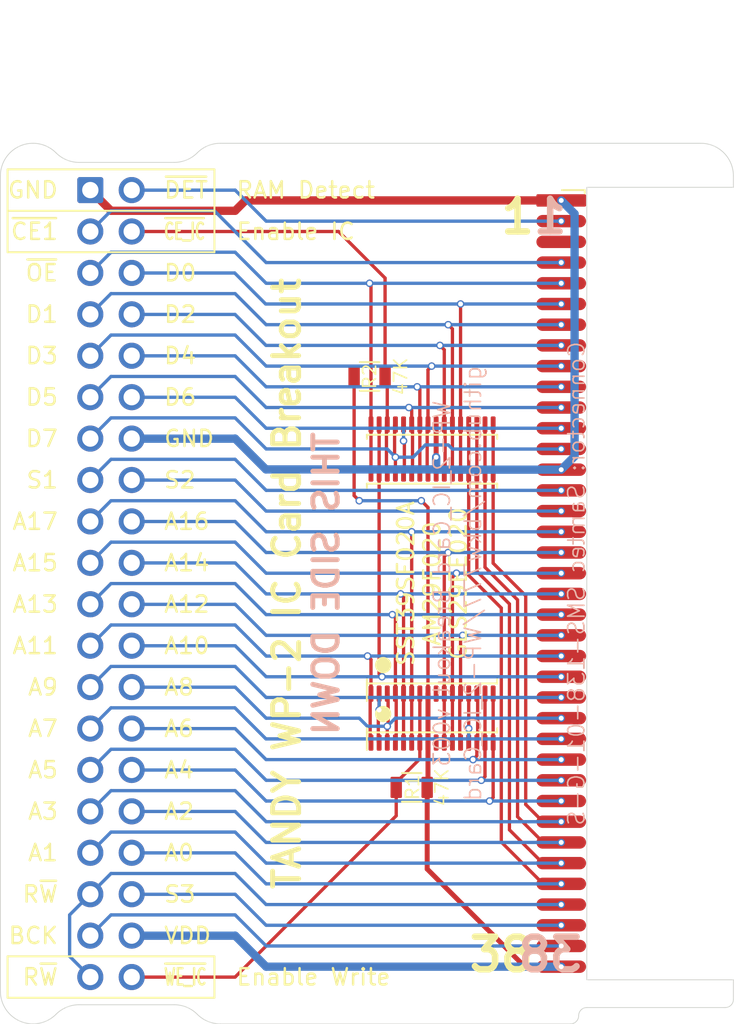
<source format=kicad_pcb>
(kicad_pcb (version 20171130) (host pcbnew 5.1.9-73d0e3b20d~88~ubuntu20.10.1)

  (general
    (thickness 1.2)
    (drawings 90)
    (tracks 398)
    (zones 0)
    (modules 6)
    (nets 39)
  )

  (page USLetter)
  (title_block
    (title "TANDY WP-2 IC Card Breakout")
    (date 2021-03-17)
    (rev 003)
    (company "Brian K. White - b.kenyon.w@gmail.com")
  )

  (layers
    (0 F.Cu signal)
    (31 B.Cu signal)
    (33 F.Adhes user hide)
    (35 F.Paste user hide)
    (36 B.SilkS user)
    (37 F.SilkS user)
    (38 B.Mask user)
    (39 F.Mask user hide)
    (40 Dwgs.User user hide)
    (41 Cmts.User user hide)
    (42 Eco1.User user hide)
    (43 Eco2.User user hide)
    (44 Edge.Cuts user)
    (45 Margin user hide)
    (46 B.CrtYd user hide)
    (47 F.CrtYd user hide)
    (49 F.Fab user hide)
  )

  (setup
    (last_trace_width 0.254)
    (user_trace_width 0.1524)
    (user_trace_width 0.1778)
    (user_trace_width 0.2032)
    (user_trace_width 0.3048)
    (user_trace_width 0.508)
    (trace_clearance 0.1524)
    (zone_clearance 0.16)
    (zone_45_only no)
    (trace_min 0.1524)
    (via_size 0.46)
    (via_drill 0.3)
    (via_min_size 0.46)
    (via_min_drill 0.3)
    (user_via 0.46 0.3)
    (uvia_size 0.46)
    (uvia_drill 0.3)
    (uvias_allowed no)
    (uvia_min_size 0.46)
    (uvia_min_drill 0.3)
    (edge_width 0.05)
    (segment_width 0.2)
    (pcb_text_width 0.3)
    (pcb_text_size 1.5 1.5)
    (mod_edge_width 0.12)
    (mod_text_size 1 1)
    (mod_text_width 0.15)
    (pad_size 1.524 1.524)
    (pad_drill 0.9144)
    (pad_to_mask_clearance 0)
    (solder_mask_min_width 0.22)
    (aux_axis_origin 158.75 99.695)
    (grid_origin 158.75 99.695)
    (visible_elements FFFFFF7F)
    (pcbplotparams
      (layerselection 0x010f0_ffffffff)
      (usegerberextensions true)
      (usegerberattributes false)
      (usegerberadvancedattributes false)
      (creategerberjobfile false)
      (excludeedgelayer true)
      (linewidth 0.100000)
      (plotframeref false)
      (viasonmask false)
      (mode 1)
      (useauxorigin false)
      (hpglpennumber 1)
      (hpglpenspeed 20)
      (hpglpendiameter 15.000000)
      (psnegative false)
      (psa4output false)
      (plotreference true)
      (plotvalue true)
      (plotinvisibletext false)
      (padsonsilk false)
      (subtractmaskfromsilk true)
      (outputformat 1)
      (mirror false)
      (drillshape 0)
      (scaleselection 1)
      (outputdirectory "GERBER_WP-2_IC_Card_Breakout"))
  )

  (net 0 "")
  (net 1 GND)
  (net 2 /~CE1)
  (net 3 /~OE)
  (net 4 /D0)
  (net 5 /D1)
  (net 6 /D2)
  (net 7 /D3)
  (net 8 /D4)
  (net 9 /D5)
  (net 10 /D6)
  (net 11 /D7)
  (net 12 /A16)
  (net 13 /A15)
  (net 14 /A14)
  (net 15 /A13)
  (net 16 /A12)
  (net 17 /A11)
  (net 18 /A10)
  (net 19 /A9)
  (net 20 /A8)
  (net 21 /A7)
  (net 22 /A6)
  (net 23 /A5)
  (net 24 /A4)
  (net 25 /A3)
  (net 26 /A2)
  (net 27 /A1)
  (net 28 /A0)
  (net 29 VDD)
  (net 30 /A17)
  (net 31 /R~W)
  (net 32 /~DET)
  (net 33 /S1)
  (net 34 /S2)
  (net 35 /S3)
  (net 36 /BCHK)
  (net 37 /~WE_IC)
  (net 38 /~CE_IC)

  (net_class Default "This is the default net class."
    (clearance 0.1524)
    (trace_width 0.254)
    (via_dia 0.46)
    (via_drill 0.3)
    (uvia_dia 0.46)
    (uvia_drill 0.3)
    (diff_pair_width 0.1524)
    (diff_pair_gap 0.2032)
    (add_net /A0)
    (add_net /A1)
    (add_net /A10)
    (add_net /A11)
    (add_net /A12)
    (add_net /A13)
    (add_net /A14)
    (add_net /A15)
    (add_net /A16)
    (add_net /A17)
    (add_net /A2)
    (add_net /A3)
    (add_net /A4)
    (add_net /A5)
    (add_net /A6)
    (add_net /A7)
    (add_net /A8)
    (add_net /A9)
    (add_net /BCHK)
    (add_net /D0)
    (add_net /D1)
    (add_net /D2)
    (add_net /D3)
    (add_net /D4)
    (add_net /D5)
    (add_net /D6)
    (add_net /D7)
    (add_net /R~W)
    (add_net /S1)
    (add_net /S2)
    (add_net /S3)
    (add_net /~CE1)
    (add_net /~CE_IC)
    (add_net /~DET)
    (add_net /~OE)
    (add_net /~WE_IC)
    (add_net GND)
    (add_net VDD)
  )

  (module 0_LOCAL:PinHeader_2x20_P2.54mm (layer F.Cu) (tedit 6042FEFC) (tstamp 604287B9)
    (at 128.27 75.565)
    (descr "Through hole straight pin header, 2x20, 2.54mm pitch, double rows")
    (tags "Through hole pin header THT 2x20 2.54mm double row")
    (path /60471143)
    (fp_text reference J2 (at 1.27 -2.33) (layer F.SilkS) hide
      (effects (font (size 1 1) (thickness 0.15)))
    )
    (fp_text value Conn_02x20_Odd_Even (at 1.27 50.59) (layer F.Fab)
      (effects (font (size 1 1) (thickness 0.15)))
    )
    (fp_line (start 4.35 -1.8) (end -1.8 -1.8) (layer F.CrtYd) (width 0.05))
    (fp_line (start 4.35 50.05) (end 4.35 -1.8) (layer F.CrtYd) (width 0.05))
    (fp_line (start -1.8 50.05) (end 4.35 50.05) (layer F.CrtYd) (width 0.05))
    (fp_line (start -1.8 -1.8) (end -1.8 50.05) (layer F.CrtYd) (width 0.05))
    (fp_line (start -1.27 0) (end 0 -1.27) (layer F.Fab) (width 0.1))
    (fp_line (start -1.27 49.53) (end -1.27 0) (layer F.Fab) (width 0.1))
    (fp_line (start 3.81 49.53) (end -1.27 49.53) (layer F.Fab) (width 0.1))
    (fp_line (start 3.81 -1.27) (end 3.81 49.53) (layer F.Fab) (width 0.1))
    (fp_line (start 0 -1.27) (end 3.81 -1.27) (layer F.Fab) (width 0.1))
    (fp_text user %R (at 1.27 24.13 90) (layer F.Fab)
      (effects (font (size 1 1) (thickness 0.15)))
    )
    (pad 40 thru_hole circle (at 2.54 48.26) (size 1.6 1.6) (drill 1) (layers *.Cu *.Mask)
      (net 37 /~WE_IC))
    (pad 39 thru_hole circle (at 0 48.26) (size 1.6 1.6) (drill 1) (layers *.Cu *.Mask)
      (net 31 /R~W))
    (pad 38 thru_hole circle (at 2.54 45.72) (size 1.6 1.6) (drill 1) (layers *.Cu *.Mask)
      (net 29 VDD))
    (pad 37 thru_hole circle (at 0 45.72) (size 1.6 1.6) (drill 1) (layers *.Cu *.Mask)
      (net 36 /BCHK))
    (pad 36 thru_hole circle (at 2.54 43.18) (size 1.6 1.6) (drill 1) (layers *.Cu *.Mask)
      (net 35 /S3))
    (pad 35 thru_hole circle (at 0 43.18) (size 1.6 1.6) (drill 1) (layers *.Cu *.Mask)
      (net 31 /R~W))
    (pad 34 thru_hole circle (at 2.54 40.64) (size 1.6 1.6) (drill 1) (layers *.Cu *.Mask)
      (net 28 /A0))
    (pad 33 thru_hole circle (at 0 40.64) (size 1.6 1.6) (drill 1) (layers *.Cu *.Mask)
      (net 27 /A1))
    (pad 32 thru_hole circle (at 2.54 38.1) (size 1.6 1.6) (drill 1) (layers *.Cu *.Mask)
      (net 26 /A2))
    (pad 31 thru_hole circle (at 0 38.1) (size 1.6 1.6) (drill 1) (layers *.Cu *.Mask)
      (net 25 /A3))
    (pad 30 thru_hole circle (at 2.54 35.56) (size 1.6 1.6) (drill 1) (layers *.Cu *.Mask)
      (net 24 /A4))
    (pad 29 thru_hole circle (at 0 35.56) (size 1.6 1.6) (drill 1) (layers *.Cu *.Mask)
      (net 23 /A5))
    (pad 28 thru_hole circle (at 2.54 33.02) (size 1.6 1.6) (drill 1) (layers *.Cu *.Mask)
      (net 22 /A6))
    (pad 27 thru_hole circle (at 0 33.02) (size 1.6 1.6) (drill 1) (layers *.Cu *.Mask)
      (net 21 /A7))
    (pad 26 thru_hole circle (at 2.54 30.48) (size 1.6 1.6) (drill 1) (layers *.Cu *.Mask)
      (net 20 /A8))
    (pad 25 thru_hole circle (at 0 30.48) (size 1.6 1.6) (drill 1) (layers *.Cu *.Mask)
      (net 19 /A9))
    (pad 24 thru_hole circle (at 2.54 27.94) (size 1.6 1.6) (drill 1) (layers *.Cu *.Mask)
      (net 18 /A10))
    (pad 23 thru_hole circle (at 0 27.94) (size 1.6 1.6) (drill 1) (layers *.Cu *.Mask)
      (net 17 /A11))
    (pad 22 thru_hole circle (at 2.54 25.4) (size 1.6 1.6) (drill 1) (layers *.Cu *.Mask)
      (net 16 /A12))
    (pad 21 thru_hole circle (at 0 25.4) (size 1.6 1.6) (drill 1) (layers *.Cu *.Mask)
      (net 15 /A13))
    (pad 20 thru_hole circle (at 2.54 22.86) (size 1.6 1.6) (drill 1) (layers *.Cu *.Mask)
      (net 14 /A14))
    (pad 19 thru_hole circle (at 0 22.86) (size 1.6 1.6) (drill 1) (layers *.Cu *.Mask)
      (net 13 /A15))
    (pad 18 thru_hole circle (at 2.54 20.32) (size 1.6 1.6) (drill 1) (layers *.Cu *.Mask)
      (net 12 /A16))
    (pad 17 thru_hole circle (at 0 20.32) (size 1.6 1.6) (drill 1) (layers *.Cu *.Mask)
      (net 30 /A17))
    (pad 16 thru_hole circle (at 2.54 17.78) (size 1.6 1.6) (drill 1) (layers *.Cu *.Mask)
      (net 34 /S2))
    (pad 15 thru_hole circle (at 0 17.78) (size 1.6 1.6) (drill 1) (layers *.Cu *.Mask)
      (net 33 /S1))
    (pad 14 thru_hole circle (at 2.54 15.24) (size 1.6 1.6) (drill 1) (layers *.Cu *.Mask)
      (net 1 GND))
    (pad 13 thru_hole circle (at 0 15.24) (size 1.6 1.6) (drill 1) (layers *.Cu *.Mask)
      (net 11 /D7))
    (pad 12 thru_hole circle (at 2.54 12.7) (size 1.6 1.6) (drill 1) (layers *.Cu *.Mask)
      (net 10 /D6))
    (pad 11 thru_hole circle (at 0 12.7) (size 1.6 1.6) (drill 1) (layers *.Cu *.Mask)
      (net 9 /D5))
    (pad 10 thru_hole circle (at 2.54 10.16) (size 1.6 1.6) (drill 1) (layers *.Cu *.Mask)
      (net 8 /D4))
    (pad 9 thru_hole circle (at 0 10.16) (size 1.6 1.6) (drill 1) (layers *.Cu *.Mask)
      (net 7 /D3))
    (pad 8 thru_hole circle (at 2.54 7.62) (size 1.6 1.6) (drill 1) (layers *.Cu *.Mask)
      (net 6 /D2))
    (pad 7 thru_hole circle (at 0 7.62) (size 1.6 1.6) (drill 1) (layers *.Cu *.Mask)
      (net 5 /D1))
    (pad 6 thru_hole circle (at 2.54 5.08) (size 1.6 1.6) (drill 1) (layers *.Cu *.Mask)
      (net 4 /D0))
    (pad 5 thru_hole circle (at 0 5.08) (size 1.6 1.6) (drill 1) (layers *.Cu *.Mask)
      (net 3 /~OE))
    (pad 4 thru_hole circle (at 2.54 2.54) (size 1.6 1.6) (drill 1) (layers *.Cu *.Mask)
      (net 38 /~CE_IC))
    (pad 3 thru_hole circle (at 0 2.54) (size 1.6 1.6) (drill 1) (layers *.Cu *.Mask)
      (net 2 /~CE1))
    (pad 2 thru_hole circle (at 2.54 0) (size 1.6 1.6) (drill 1) (layers *.Cu *.Mask)
      (net 32 /~DET))
    (pad 1 thru_hole roundrect (at 0 0) (size 1.6 1.6) (drill 1) (layers *.Cu *.Mask) (roundrect_rratio 0.1)
      (net 1 GND))
    (model ${KIPRJMOD}/3d/IDC-Header_2x20_P2.54mm_Vertical.step.disabled
      (at (xyz 0 0 0))
      (scale (xyz 1 1 1))
      (rotate (xyz 0 0 0))
    )
    (model ${KIPRJMOD}/3d/PinHeader_2x20_P2.54mm_Vertical.step
      (at (xyz 0 0 0))
      (scale (xyz 1 1 1))
      (rotate (xyz 0 0 0))
    )
  )

  (module 0_LOCAL:R_0805 (layer F.Cu) (tedit 5F8B5224) (tstamp 6042F7D1)
    (at 145.415 86.995)
    (descr "Resistor SMD 0805, reflow soldering, Vishay (see dcrcw.pdf)")
    (tags "resistor 0805")
    (path /6047A390)
    (attr smd)
    (fp_text reference R2 (at 0 0 90 unlocked) (layer F.SilkS)
      (effects (font (size 0.8 0.8) (thickness 0.1)))
    )
    (fp_text value 47K (at 1.905 0 90) (layer F.SilkS)
      (effects (font (size 0.8 0.8) (thickness 0.1)))
    )
    (fp_line (start -1 0.62) (end -1 -0.62) (layer F.Fab) (width 0.1))
    (fp_line (start 1 0.62) (end -1 0.62) (layer F.Fab) (width 0.1))
    (fp_line (start 1 -0.62) (end 1 0.62) (layer F.Fab) (width 0.1))
    (fp_line (start -1 -0.62) (end 1 -0.62) (layer F.Fab) (width 0.1))
    (fp_line (start 0.6 0.88) (end -0.6 0.88) (layer F.SilkS) (width 0.12))
    (fp_line (start -0.6 -0.88) (end 0.6 -0.88) (layer F.SilkS) (width 0.12))
    (fp_line (start -1.55 -0.9) (end 1.55 -0.9) (layer F.CrtYd) (width 0.05))
    (fp_line (start -1.55 -0.9) (end -1.55 0.9) (layer F.CrtYd) (width 0.05))
    (fp_line (start 1.55 0.9) (end 1.55 -0.9) (layer F.CrtYd) (width 0.05))
    (fp_line (start 1.55 0.9) (end -1.55 0.9) (layer F.CrtYd) (width 0.05))
    (fp_text user %R (at 0 0) (layer F.Fab)
      (effects (font (size 0.5 0.5) (thickness 0.075)))
    )
    (pad 1 smd roundrect (at -0.95 0) (size 0.7 1.3) (layers F.Cu F.Paste F.Mask) (roundrect_rratio 0.1)
      (net 29 VDD))
    (pad 2 smd roundrect (at 0.95 0) (size 0.7 1.3) (layers F.Cu F.Paste F.Mask) (roundrect_rratio 0.1)
      (net 38 /~CE_IC))
    (model ${KIPRJMOD}/3d/R_0805_2012Metric.step
      (at (xyz 0 0 0))
      (scale (xyz 1 1 1))
      (rotate (xyz 0 0 0))
    )
  )

  (module 0_LOCAL:R_0805 (layer F.Cu) (tedit 5F8B5224) (tstamp 5F898D2F)
    (at 148 112.195 180)
    (descr "Resistor SMD 0805, reflow soldering, Vishay (see dcrcw.pdf)")
    (tags "resistor 0805")
    (path /5F8FDC45)
    (attr smd)
    (fp_text reference R1 (at -0.05 0 90 unlocked) (layer F.SilkS)
      (effects (font (size 0.8 0.8) (thickness 0.1)))
    )
    (fp_text value 47K (at -1.85 0 90) (layer F.SilkS)
      (effects (font (size 0.8 0.8) (thickness 0.1)))
    )
    (fp_line (start -1 0.62) (end -1 -0.62) (layer F.Fab) (width 0.1))
    (fp_line (start 1 0.62) (end -1 0.62) (layer F.Fab) (width 0.1))
    (fp_line (start 1 -0.62) (end 1 0.62) (layer F.Fab) (width 0.1))
    (fp_line (start -1 -0.62) (end 1 -0.62) (layer F.Fab) (width 0.1))
    (fp_line (start 0.6 0.88) (end -0.6 0.88) (layer F.SilkS) (width 0.12))
    (fp_line (start -0.6 -0.88) (end 0.6 -0.88) (layer F.SilkS) (width 0.12))
    (fp_line (start -1.55 -0.9) (end 1.55 -0.9) (layer F.CrtYd) (width 0.05))
    (fp_line (start -1.55 -0.9) (end -1.55 0.9) (layer F.CrtYd) (width 0.05))
    (fp_line (start 1.55 0.9) (end 1.55 -0.9) (layer F.CrtYd) (width 0.05))
    (fp_line (start 1.55 0.9) (end -1.55 0.9) (layer F.CrtYd) (width 0.05))
    (fp_text user %R (at 0 0) (layer F.Fab)
      (effects (font (size 0.5 0.5) (thickness 0.075)))
    )
    (pad 1 smd roundrect (at -0.95 0 180) (size 0.7 1.3) (layers F.Cu F.Paste F.Mask) (roundrect_rratio 0.1)
      (net 29 VDD))
    (pad 2 smd roundrect (at 0.95 0 180) (size 0.7 1.3) (layers F.Cu F.Paste F.Mask) (roundrect_rratio 0.1)
      (net 37 /~WE_IC))
    (model ${KIPRJMOD}/3d/R_0805_2012Metric.step
      (at (xyz 0 0 0))
      (scale (xyz 1 1 1))
      (rotate (xyz 0 0 0))
    )
  )

  (module 0_LOCAL:TSOP32-14mm (layer F.Cu) (tedit 5F8D316E) (tstamp 5F898D85)
    (at 149.25 99.695)
    (descr "Module CMS TSOP 32 pins")
    (tags "CMS TSOP")
    (path /5F906116)
    (attr smd)
    (fp_text reference U2 (at -1.905 -0.508 90) (layer F.SilkS) hide
      (effects (font (size 1 1) (thickness 0.15)))
    )
    (fp_text value "FLASH 256Kx8 5v Parallel" (at 1.27 0 90) (layer F.Fab)
      (effects (font (size 1 1) (thickness 0.15)))
    )
    (fp_line (start 4 -6.125) (end 4 -5.875) (layer F.SilkS) (width 0.12))
    (fp_line (start -4 -6.125) (end -4 -5.875) (layer F.SilkS) (width 0.12))
    (fp_line (start 4 6.125) (end 4 5.875) (layer F.SilkS) (width 0.12))
    (fp_line (start -4 7.2) (end -4 5.875) (layer F.SilkS) (width 0.12))
    (fp_line (start 4 -6.125) (end -4 -6.125) (layer F.SilkS) (width 0.12))
    (fp_line (start -4 6.125) (end 4 6.125) (layer F.SilkS) (width 0.12))
    (fp_circle (center -3 5) (end -2.75 5) (layer F.SilkS) (width 0.5))
    (pad 1 smd roundrect (at -3.75 6.75) (size 0.3 1) (layers F.Cu F.Paste F.Mask) (roundrect_rratio 0.25)
      (net 17 /A11))
    (pad 2 smd roundrect (at -3.25 6.75) (size 0.3 1) (layers F.Cu F.Paste F.Mask) (roundrect_rratio 0.25)
      (net 19 /A9))
    (pad 3 smd roundrect (at -2.75 6.75) (size 0.3 1) (layers F.Cu F.Paste F.Mask) (roundrect_rratio 0.25)
      (net 20 /A8))
    (pad 4 smd roundrect (at -2.25 6.75) (size 0.3 1) (layers F.Cu F.Paste F.Mask) (roundrect_rratio 0.25)
      (net 15 /A13))
    (pad 5 smd roundrect (at -1.75 6.75) (size 0.3 1) (layers F.Cu F.Paste F.Mask) (roundrect_rratio 0.25)
      (net 14 /A14))
    (pad 6 smd roundrect (at -1.25 6.75) (size 0.3 1) (layers F.Cu F.Paste F.Mask) (roundrect_rratio 0.25)
      (net 30 /A17))
    (pad 7 smd roundrect (at -0.75 6.75) (size 0.3 1) (layers F.Cu F.Paste F.Mask) (roundrect_rratio 0.25)
      (net 37 /~WE_IC))
    (pad 8 smd roundrect (at -0.25 6.75) (size 0.3 1) (layers F.Cu F.Paste F.Mask) (roundrect_rratio 0.25)
      (net 29 VDD))
    (pad 9 smd roundrect (at 0.25 6.75) (size 0.3 1) (layers F.Cu F.Paste F.Mask) (roundrect_rratio 0.25))
    (pad 10 smd roundrect (at 0.75 6.75) (size 0.3 1) (layers F.Cu F.Paste F.Mask) (roundrect_rratio 0.25)
      (net 12 /A16))
    (pad 11 smd roundrect (at 1.25 6.75) (size 0.3 1) (layers F.Cu F.Paste F.Mask) (roundrect_rratio 0.25)
      (net 13 /A15))
    (pad 12 smd roundrect (at 1.75 6.75) (size 0.3 1) (layers F.Cu F.Paste F.Mask) (roundrect_rratio 0.25)
      (net 16 /A12))
    (pad 13 smd roundrect (at 2.25 6.75) (size 0.3 1) (layers F.Cu F.Paste F.Mask) (roundrect_rratio 0.25)
      (net 21 /A7))
    (pad 14 smd roundrect (at 2.75 6.75) (size 0.3 1) (layers F.Cu F.Paste F.Mask) (roundrect_rratio 0.25)
      (net 22 /A6))
    (pad 15 smd roundrect (at 3.25 6.75) (size 0.3 1) (layers F.Cu F.Paste F.Mask) (roundrect_rratio 0.25)
      (net 23 /A5))
    (pad 16 smd roundrect (at 3.75 6.75) (size 0.3 1) (layers F.Cu F.Paste F.Mask) (roundrect_rratio 0.25)
      (net 24 /A4))
    (pad 17 smd roundrect (at 3.75 -6.75) (size 0.3 1) (layers F.Cu F.Paste F.Mask) (roundrect_rratio 0.25)
      (net 25 /A3))
    (pad 18 smd roundrect (at 3.25 -6.75) (size 0.3 1) (layers F.Cu F.Paste F.Mask) (roundrect_rratio 0.25)
      (net 26 /A2))
    (pad 19 smd roundrect (at 2.75 -6.75) (size 0.3 1) (layers F.Cu F.Paste F.Mask) (roundrect_rratio 0.25)
      (net 27 /A1))
    (pad 20 smd roundrect (at 2.25 -6.75) (size 0.3 1) (layers F.Cu F.Paste F.Mask) (roundrect_rratio 0.25)
      (net 28 /A0))
    (pad 21 smd roundrect (at 1.75 -6.75) (size 0.3 1) (layers F.Cu F.Paste F.Mask) (roundrect_rratio 0.25)
      (net 4 /D0))
    (pad 22 smd roundrect (at 1.25 -6.75) (size 0.3 1) (layers F.Cu F.Paste F.Mask) (roundrect_rratio 0.25)
      (net 5 /D1))
    (pad 23 smd roundrect (at 0.75 -6.75) (size 0.3 1) (layers F.Cu F.Paste F.Mask) (roundrect_rratio 0.25)
      (net 6 /D2))
    (pad 24 smd roundrect (at 0.25 -6.75) (size 0.3 1) (layers F.Cu F.Paste F.Mask) (roundrect_rratio 0.25)
      (net 1 GND))
    (pad 25 smd roundrect (at -0.25 -6.75) (size 0.3 1) (layers F.Cu F.Paste F.Mask) (roundrect_rratio 0.25)
      (net 7 /D3))
    (pad 26 smd roundrect (at -0.75 -6.75) (size 0.3 1) (layers F.Cu F.Paste F.Mask) (roundrect_rratio 0.25)
      (net 8 /D4))
    (pad 27 smd roundrect (at -1.25 -6.75) (size 0.3 1) (layers F.Cu F.Paste F.Mask) (roundrect_rratio 0.25)
      (net 9 /D5))
    (pad 28 smd roundrect (at -1.75 -6.75) (size 0.3 1) (layers F.Cu F.Paste F.Mask) (roundrect_rratio 0.25)
      (net 10 /D6))
    (pad 29 smd roundrect (at -2.25 -6.75) (size 0.3 1) (layers F.Cu F.Paste F.Mask) (roundrect_rratio 0.25)
      (net 11 /D7))
    (pad 30 smd roundrect (at -2.75 -6.75) (size 0.3 1) (layers F.Cu F.Paste F.Mask) (roundrect_rratio 0.25)
      (net 38 /~CE_IC))
    (pad 31 smd roundrect (at -3.25 -6.75) (size 0.3 1) (layers F.Cu F.Paste F.Mask) (roundrect_rratio 0.25)
      (net 18 /A10))
    (pad 32 smd roundrect (at -3.75 -6.75) (size 0.3 1) (layers F.Cu F.Paste F.Mask) (roundrect_rratio 0.25)
      (net 3 /~OE))
    (model ${KIPRJMOD}/3d/TSOP32_8x14.step
      (at (xyz 0 0 0))
      (scale (xyz 1 1 1))
      (rotate (xyz 0 0 -90))
    )
  )

  (module 0_LOCAL:TSOP32-20mm (layer F.Cu) (tedit 5F8D318C) (tstamp 5F898D5A)
    (at 149.25 99.695)
    (descr "Module CMS TSOP 32 pins")
    (tags "CMS TSOP")
    (path /5FA8764D)
    (attr virtual)
    (fp_text reference U1 (at -1.905 -0.508 90) (layer F.SilkS) hide
      (effects (font (size 1 1) (thickness 0.15)))
    )
    (fp_text value "FLASH 256Kx8 5v Parallel" (at 1.27 0 90) (layer F.Fab)
      (effects (font (size 1 1) (thickness 0.15)))
    )
    (fp_circle (center -3 8) (end -2.75 8) (layer F.SilkS) (width 0.5))
    (fp_line (start -4 9.125) (end 4 9.125) (layer F.SilkS) (width 0.12))
    (fp_line (start 4 -9.125) (end -4 -9.125) (layer F.SilkS) (width 0.12))
    (fp_line (start -4 10.2) (end -4 8.875) (layer F.SilkS) (width 0.12))
    (fp_line (start 4 9.125) (end 4 8.875) (layer F.SilkS) (width 0.12))
    (fp_line (start -4 -9.125) (end -4 -8.875) (layer F.SilkS) (width 0.12))
    (fp_line (start 4 -9.125) (end 4 -8.875) (layer F.SilkS) (width 0.12))
    (pad 1 smd roundrect (at -3.75 9.75) (size 0.3 1) (layers F.Cu F.Paste F.Mask) (roundrect_rratio 0.25)
      (net 17 /A11))
    (pad 2 smd roundrect (at -3.25 9.75) (size 0.3 1) (layers F.Cu F.Paste F.Mask) (roundrect_rratio 0.25)
      (net 19 /A9))
    (pad 3 smd roundrect (at -2.75 9.75) (size 0.3 1) (layers F.Cu F.Paste F.Mask) (roundrect_rratio 0.25)
      (net 20 /A8))
    (pad 4 smd roundrect (at -2.25 9.75) (size 0.3 1) (layers F.Cu F.Paste F.Mask) (roundrect_rratio 0.25)
      (net 15 /A13))
    (pad 5 smd roundrect (at -1.75 9.75) (size 0.3 1) (layers F.Cu F.Paste F.Mask) (roundrect_rratio 0.25)
      (net 14 /A14))
    (pad 6 smd roundrect (at -1.25 9.75) (size 0.3 1) (layers F.Cu F.Paste F.Mask) (roundrect_rratio 0.25)
      (net 30 /A17))
    (pad 7 smd roundrect (at -0.75 9.75) (size 0.3 1) (layers F.Cu F.Paste F.Mask) (roundrect_rratio 0.25)
      (net 37 /~WE_IC))
    (pad 8 smd roundrect (at -0.25 9.75) (size 0.3 1) (layers F.Cu F.Paste F.Mask) (roundrect_rratio 0.25)
      (net 29 VDD))
    (pad 9 smd roundrect (at 0.25 9.75) (size 0.3 1) (layers F.Cu F.Paste F.Mask) (roundrect_rratio 0.25))
    (pad 10 smd roundrect (at 0.75 9.75) (size 0.3 1) (layers F.Cu F.Paste F.Mask) (roundrect_rratio 0.25)
      (net 12 /A16))
    (pad 11 smd roundrect (at 1.25 9.75) (size 0.3 1) (layers F.Cu F.Paste F.Mask) (roundrect_rratio 0.25)
      (net 13 /A15))
    (pad 12 smd roundrect (at 1.75 9.75) (size 0.3 1) (layers F.Cu F.Paste F.Mask) (roundrect_rratio 0.25)
      (net 16 /A12))
    (pad 13 smd roundrect (at 2.25 9.75) (size 0.3 1) (layers F.Cu F.Paste F.Mask) (roundrect_rratio 0.25)
      (net 21 /A7))
    (pad 14 smd roundrect (at 2.75 9.75) (size 0.3 1) (layers F.Cu F.Paste F.Mask) (roundrect_rratio 0.25)
      (net 22 /A6))
    (pad 15 smd roundrect (at 3.25 9.75) (size 0.3 1) (layers F.Cu F.Paste F.Mask) (roundrect_rratio 0.25)
      (net 23 /A5))
    (pad 16 smd roundrect (at 3.75 9.75) (size 0.3 1) (layers F.Cu F.Paste F.Mask) (roundrect_rratio 0.25)
      (net 24 /A4))
    (pad 17 smd roundrect (at 3.75 -9.75) (size 0.3 1) (layers F.Cu F.Paste F.Mask) (roundrect_rratio 0.25)
      (net 25 /A3))
    (pad 18 smd roundrect (at 3.25 -9.75) (size 0.3 1) (layers F.Cu F.Paste F.Mask) (roundrect_rratio 0.25)
      (net 26 /A2))
    (pad 19 smd roundrect (at 2.75 -9.75) (size 0.3 1) (layers F.Cu F.Paste F.Mask) (roundrect_rratio 0.25)
      (net 27 /A1))
    (pad 20 smd roundrect (at 2.25 -9.75) (size 0.3 1) (layers F.Cu F.Paste F.Mask) (roundrect_rratio 0.25)
      (net 28 /A0))
    (pad 21 smd roundrect (at 1.75 -9.75) (size 0.3 1) (layers F.Cu F.Paste F.Mask) (roundrect_rratio 0.25)
      (net 4 /D0))
    (pad 22 smd roundrect (at 1.25 -9.75) (size 0.3 1) (layers F.Cu F.Paste F.Mask) (roundrect_rratio 0.25)
      (net 5 /D1))
    (pad 23 smd roundrect (at 0.75 -9.75) (size 0.3 1) (layers F.Cu F.Paste F.Mask) (roundrect_rratio 0.25)
      (net 6 /D2))
    (pad 24 smd roundrect (at 0.25 -9.75) (size 0.3 1) (layers F.Cu F.Paste F.Mask) (roundrect_rratio 0.25)
      (net 1 GND))
    (pad 25 smd roundrect (at -0.25 -9.75) (size 0.3 1) (layers F.Cu F.Paste F.Mask) (roundrect_rratio 0.25)
      (net 7 /D3))
    (pad 26 smd roundrect (at -0.75 -9.75) (size 0.3 1) (layers F.Cu F.Paste F.Mask) (roundrect_rratio 0.25)
      (net 8 /D4))
    (pad 27 smd roundrect (at -1.25 -9.75) (size 0.3 1) (layers F.Cu F.Paste F.Mask) (roundrect_rratio 0.25)
      (net 9 /D5))
    (pad 28 smd roundrect (at -1.75 -9.75) (size 0.3 1) (layers F.Cu F.Paste F.Mask) (roundrect_rratio 0.25)
      (net 10 /D6))
    (pad 29 smd roundrect (at -2.25 -9.75) (size 0.3 1) (layers F.Cu F.Paste F.Mask) (roundrect_rratio 0.25)
      (net 11 /D7))
    (pad 30 smd roundrect (at -2.75 -9.75) (size 0.3 1) (layers F.Cu F.Paste F.Mask) (roundrect_rratio 0.25)
      (net 38 /~CE_IC))
    (pad 31 smd roundrect (at -3.25 -9.75) (size 0.3 1) (layers F.Cu F.Paste F.Mask) (roundrect_rratio 0.25)
      (net 18 /A10))
    (pad 32 smd roundrect (at -3.75 -9.75) (size 0.3 1) (layers F.Cu F.Paste F.Mask) (roundrect_rratio 0.25)
      (net 3 /~OE))
    (model ${KIPRJMOD}/3d/TSOP32_8X20.step_x
      (at (xyz 0 0 0))
      (scale (xyz 1 1 1))
      (rotate (xyz 0 0 -90))
    )
  )

  (module 0_LOCAL:PinSocket_1x38x1.27_edge_s (layer F.Cu) (tedit 6041EA6D) (tstamp 5F74043C)
    (at 158.75 99.695)
    (descr "Through hole straight socket strip, 1x38, 1.27mm pitch, single row")
    (tags "Through hole socket strip THT 1x38 1.27mm single row")
    (path /5F6EF0A3)
    (attr smd)
    (fp_text reference J1 (at -2.8956 4.4196 -90) (layer F.SilkS) hide
      (effects (font (size 1 1) (thickness 0.15)))
    )
    (fp_text value Conn_01x38_Female (at -2.921 23.114 -90) (layer F.Fab)
      (effects (font (size 1 1) (thickness 0.15)))
    )
    (fp_line (start 0 24.13) (end 0 -24.13) (layer F.Fab) (width 0.08))
    (fp_line (start 4.3815 24.13) (end 0 24.13) (layer F.Fab) (width 0.08))
    (fp_line (start 4.3815 -24.13) (end 4.3815 24.13) (layer F.Fab) (width 0.08))
    (fp_line (start 0 -24.13) (end 4.3815 -24.13) (layer F.Fab) (width 0.08))
    (fp_line (start 7.9375 -25.4) (end 7.9375 -26.035) (layer F.Fab) (width 0.08))
    (fp_line (start 8.255 -24.257) (end 8.0645 -24.4475) (layer F.Fab) (width 0.08))
    (fp_line (start 7.62 -25.4) (end 8.255 -25.4) (layer F.Fab) (width 0.08))
    (fp_line (start 8.255 -24.257) (end 8.4455 -24.4475) (layer F.Fab) (width 0.08))
    (fp_line (start 8.255 -25.4) (end 7.9375 -25.4) (layer F.Fab) (width 0.08))
    (fp_line (start 8.255 -24.257) (end 8.255 -25.4) (layer F.Fab) (width 0.08))
    (fp_line (start 7.62 -18.8595) (end 7.62 -25.4) (layer F.Fab) (width 0.08))
    (fp_line (start 7.62 -18.8595) (end 7.4295 -19.05) (layer F.Fab) (width 0.08))
    (fp_line (start 7.62 -18.8595) (end 7.8105 -19.05) (layer F.Fab) (width 0.08))
    (fp_line (start 4.064 -25.4) (end 4.064 -26.035) (layer F.Fab) (width 0.08))
    (fp_line (start 4.3815 -25.4) (end 4.064 -25.4) (layer F.Fab) (width 0.08))
    (fp_line (start 3.7465 -25.4) (end 4.3815 -25.4) (layer F.Fab) (width 0.08))
    (fp_line (start 4.3815 -24.257) (end 4.3815 -25.4) (layer F.Fab) (width 0.08))
    (fp_line (start 4.3815 -24.257) (end 4.191 -24.4475) (layer F.Fab) (width 0.08))
    (fp_line (start 4.3815 -24.257) (end 4.572 -24.4475) (layer F.Fab) (width 0.08))
    (fp_line (start 3.7465 -22.6695) (end 3.937 -22.86) (layer F.Fab) (width 0.08))
    (fp_line (start 3.7465 -22.6695) (end 3.556 -22.86) (layer F.Fab) (width 0.08))
    (fp_line (start 3.7465 -22.6695) (end 3.7465 -25.4) (layer F.Fab) (width 0.08))
    (fp_line (start 8.636 -18.0975) (end 8.636 -18.7325) (layer F.Fab) (width 0.08))
    (fp_line (start 2.6035 -18.288) (end 2.6035 -18.542) (layer F.Fab) (width 0.08))
    (fp_line (start 2.794 -18.0975) (end 8.636 -18.0975) (layer F.Fab) (width 0.08))
    (fp_line (start 2.794 -18.7325) (end 2.6035 -18.542) (layer F.Fab) (width 0.08))
    (fp_line (start 2.794 -18.7325) (end 8.636 -18.7325) (layer F.Fab) (width 0.08))
    (fp_line (start 2.794 -18.0975) (end 2.6035 -18.288) (layer F.Fab) (width 0.08))
    (fp_line (start 6.0325 -22.5425) (end 6.0325 -21.9075) (layer F.Fab) (width 0.08))
    (fp_line (start 0 -22.352) (end 0 -22.098) (layer F.Fab) (width 0.08))
    (fp_line (start 0.1905 -22.5425) (end 0 -22.352) (layer F.Fab) (width 0.08))
    (fp_line (start 0.1905 -21.9075) (end 0 -22.098) (layer F.Fab) (width 0.08))
    (fp_line (start 0.1905 -21.9075) (end 6.0325 -21.9075) (layer F.Fab) (width 0.08))
    (fp_line (start 0.1905 -22.5425) (end 6.0325 -22.5425) (layer F.Fab) (width 0.08))
    (fp_line (start 8.509 24.13) (end 5.08 24.13) (layer F.Fab) (width 0.08))
    (fp_line (start 8.509 -24.13) (end 8.509 24.13) (layer F.Fab) (width 0.08))
    (fp_line (start 5.08 -24.13) (end 8.509 -24.13) (layer F.Fab) (width 0.08))
    (fp_line (start -0.127 -24.13) (end -0.127 -23.9395) (layer F.SilkS) (width 0.12))
    (fp_line (start -1.524 -24.13) (end -0.127 -24.13) (layer F.SilkS) (width 0.12))
    (fp_text user "pins 6.0mm" (at 9.8425 -20.574 -90) (layer F.Fab)
      (effects (font (size 0.5 0.5) (thickness 0.05)))
    )
    (fp_text user "Height 8.5mm, Bottom 2.5mm" (at 7.112 -30.0355 -90) (layer F.Fab)
      (effects (font (size 0.5 0.5) (thickness 0.05)))
    )
    (fp_text user "samtec header" (at 8.001 -28.956 -90) (layer F.Fab)
      (effects (font (size 0.5 0.5) (thickness 0.05)))
    )
    (fp_text user "Height 4.4mm, Bottom 0mm" (at 3.2385 -29.718 -90) (layer F.Fab)
      (effects (font (size 0.5 0.5) (thickness 0.05)))
    )
    (fp_text user "generic header" (at 4.1275 -28.956 -90) (layer F.Fab)
      (effects (font (size 0.5 0.5) (thickness 0.05)))
    )
    (fp_text user %R (at 0 -1.695) (layer F.Fab) hide
      (effects (font (size 1 1) (thickness 0.15)))
    )
    (pad 1 smd roundrect (at -1.57 -23.495) (size 3.048 0.762) (layers F.Cu F.Paste F.Mask) (roundrect_rratio 0.1)
      (net 1 GND))
    (pad 2 smd oval (at -1.57 -22.225) (size 3.048 0.762) (layers F.Cu F.Paste F.Mask)
      (net 32 /~DET))
    (pad 3 smd oval (at -1.57 -20.955) (size 3.048 0.762) (layers F.Cu F.Paste F.Mask))
    (pad 4 smd oval (at -1.57 -19.685) (size 3.048 0.762) (layers F.Cu F.Paste F.Mask)
      (net 2 /~CE1))
    (pad 5 smd oval (at -1.57 -18.415) (size 3.048 0.762) (layers F.Cu F.Paste F.Mask)
      (net 3 /~OE))
    (pad 6 smd oval (at -1.57 -17.145) (size 3.048 0.762) (layers F.Cu F.Paste F.Mask)
      (net 4 /D0))
    (pad 7 smd oval (at -1.57 -15.875) (size 3.048 0.762) (layers F.Cu F.Paste F.Mask)
      (net 5 /D1))
    (pad 8 smd oval (at -1.57 -14.605) (size 3.048 0.762) (layers F.Cu F.Paste F.Mask)
      (net 6 /D2))
    (pad 9 smd oval (at -1.57 -13.335) (size 3.048 0.762) (layers F.Cu F.Paste F.Mask)
      (net 7 /D3))
    (pad 10 smd oval (at -1.57 -12.065) (size 3.048 0.762) (layers F.Cu F.Paste F.Mask)
      (net 8 /D4))
    (pad 11 smd oval (at -1.57 -10.795) (size 3.048 0.762) (layers F.Cu F.Paste F.Mask)
      (net 9 /D5))
    (pad 12 smd oval (at -1.57 -9.525) (size 3.048 0.762) (layers F.Cu F.Paste F.Mask)
      (net 10 /D6))
    (pad 13 smd oval (at -1.57 -8.255) (size 3.048 0.762) (layers F.Cu F.Paste F.Mask)
      (net 11 /D7))
    (pad 14 smd oval (at -1.57 -6.985) (size 3.048 0.762) (layers F.Cu F.Paste F.Mask)
      (net 1 GND))
    (pad 15 smd oval (at -1.57 -5.715) (size 3.048 0.762) (layers F.Cu F.Paste F.Mask)
      (net 33 /S1))
    (pad 16 smd oval (at -1.57 -4.445) (size 3.048 0.762) (layers F.Cu F.Paste F.Mask)
      (net 34 /S2))
    (pad 17 smd oval (at -1.57 -3.175) (size 3.048 0.762) (layers F.Cu F.Paste F.Mask)
      (net 30 /A17))
    (pad 18 smd oval (at -1.57 -1.905) (size 3.048 0.762) (layers F.Cu F.Paste F.Mask)
      (net 12 /A16))
    (pad 19 smd oval (at -1.57 -0.635) (size 3.048 0.762) (layers F.Cu F.Paste F.Mask)
      (net 13 /A15))
    (pad 20 smd oval (at -1.57 0.635) (size 3.048 0.762) (layers F.Cu F.Paste F.Mask)
      (net 14 /A14))
    (pad 21 smd oval (at -1.57 1.905) (size 3.048 0.762) (layers F.Cu F.Paste F.Mask)
      (net 15 /A13))
    (pad 22 smd oval (at -1.57 3.175) (size 3.048 0.762) (layers F.Cu F.Paste F.Mask)
      (net 16 /A12))
    (pad 23 smd oval (at -1.57 4.445) (size 3.048 0.762) (layers F.Cu F.Paste F.Mask)
      (net 17 /A11))
    (pad 24 smd oval (at -1.57 5.715) (size 3.048 0.762) (layers F.Cu F.Paste F.Mask)
      (net 18 /A10))
    (pad 25 smd oval (at -1.57 6.985) (size 3.048 0.762) (layers F.Cu F.Paste F.Mask)
      (net 19 /A9))
    (pad 26 smd oval (at -1.57 8.255) (size 3.048 0.762) (layers F.Cu F.Paste F.Mask)
      (net 20 /A8))
    (pad 27 smd oval (at -1.57 9.525) (size 3.048 0.762) (layers F.Cu F.Paste F.Mask)
      (net 21 /A7))
    (pad 28 smd oval (at -1.57 10.795) (size 3.048 0.762) (layers F.Cu F.Paste F.Mask)
      (net 22 /A6))
    (pad 29 smd oval (at -1.57 12.065) (size 3.048 0.762) (layers F.Cu F.Paste F.Mask)
      (net 23 /A5))
    (pad 30 smd oval (at -1.57 13.335) (size 3.048 0.762) (layers F.Cu F.Paste F.Mask)
      (net 24 /A4))
    (pad 31 smd oval (at -1.57 14.605) (size 3.048 0.762) (layers F.Cu F.Paste F.Mask)
      (net 25 /A3))
    (pad 32 smd oval (at -1.57 15.875) (size 3.048 0.762) (layers F.Cu F.Paste F.Mask)
      (net 26 /A2))
    (pad 33 smd oval (at -1.57 17.145) (size 3.048 0.762) (layers F.Cu F.Paste F.Mask)
      (net 27 /A1))
    (pad 34 smd oval (at -1.57 18.415) (size 3.048 0.762) (layers F.Cu F.Paste F.Mask)
      (net 28 /A0))
    (pad 35 smd oval (at -1.57 19.685) (size 3.048 0.762) (layers F.Cu F.Paste F.Mask)
      (net 31 /R~W))
    (pad 36 smd oval (at -1.57 20.955) (size 3.048 0.762) (layers F.Cu F.Paste F.Mask)
      (net 35 /S3))
    (pad 37 smd oval (at -1.57 22.225) (size 3.048 0.762) (layers F.Cu F.Paste F.Mask)
      (net 36 /BCHK))
    (pad 38 smd oval (at -1.57 23.495) (size 3.048 0.762) (layers F.Cu F.Paste F.Mask)
      (net 29 VDD))
    (model ${KIPRJMOD}/3d/PinSocket_1x38_P1.27mm_Vertical.step_x
      (offset (xyz 0 23.495 0.1))
      (scale (xyz 1 1 1))
      (rotate (xyz 0 -90 0))
    )
    (model ${KIPRJMOD}/3d/SMS-138-01-x-x.step
      (offset (xyz 0 0 0.25))
      (scale (xyz 1 1 1))
      (rotate (xyz 0 0 90))
    )
  )

  (gr_text "Enable Write" (at 137.16 123.825) (layer F.SilkS) (tstamp 6043DB3B)
    (effects (font (size 1 1) (thickness 0.15)) (justify left))
  )
  (gr_text "Enable IC" (at 137.16 78.105) (layer F.SilkS) (tstamp 6043D9C3)
    (effects (font (size 1 1) (thickness 0.15)) (justify left))
  )
  (gr_text "RAM Detect" (at 137.16 75.565) (layer F.SilkS)
    (effects (font (size 1 1) (thickness 0.15)) (justify left))
  )
  (gr_line (start 123.19 79.375) (end 135.89 79.375) (layer F.SilkS) (width 0.12) (tstamp 6043BDE5))
  (gr_line (start 123.19 76.835) (end 135.89 76.835) (layer F.SilkS) (width 0.12))
  (gr_line (start 123.19 74.295) (end 135.89 74.295) (layer F.SilkS) (width 0.12) (tstamp 6043BDE4))
  (gr_line (start 135.89 122.555) (end 123.19 122.555) (layer F.SilkS) (width 0.12) (tstamp 6043B197))
  (gr_line (start 123.19 125.095) (end 135.89 125.095) (layer F.SilkS) (width 0.12) (tstamp 6043B196))
  (gr_line (start 123.19 122.555) (end 123.19 125.095) (layer F.SilkS) (width 0.12))
  (gr_line (start 135.89 125.095) (end 135.89 122.555) (layer F.SilkS) (width 0.12))
  (gr_line (start 135.89 74.295) (end 135.89 79.375) (layer F.SilkS) (width 0.12))
  (gr_line (start 123.19 79.375) (end 123.19 74.295) (layer F.SilkS) (width 0.12))
  (gr_text ~CE1 (at 126.365 78.105) (layer F.SilkS) (tstamp 6043A937)
    (effects (font (size 1 1) (thickness 0.15)) (justify right))
  )
  (gr_text R~W (at 126.365 123.825) (layer F.SilkS) (tstamp 6043A933)
    (effects (font (size 1 1) (thickness 0.15)) (justify right))
  )
  (gr_text "Connector: Samtec SMS-138-01-G-S" (at 158.115 99.695 90) (layer B.SilkS) (tstamp 6043BE33)
    (effects (font (size 1 1) (thickness 0.1)) (justify mirror))
  )
  (gr_text BCK (at 126.365 121.285) (layer F.SilkS) (tstamp 6042E7D1)
    (effects (font (size 1 1) (thickness 0.15)) (justify right))
  )
  (gr_text A6 (at 132.715 108.585) (layer F.SilkS) (tstamp 6042C504)
    (effects (font (size 1 1) (thickness 0.15)) (justify left))
  )
  (gr_text GND (at 126.365 75.565) (layer F.SilkS) (tstamp 6042C53B)
    (effects (font (size 1 1) (thickness 0.15)) (justify right))
  )
  (gr_text ~OE (at 126.365 80.645) (layer F.SilkS) (tstamp 6042C537)
    (effects (font (size 1 1) (thickness 0.15)) (justify right))
  )
  (gr_text D1 (at 126.365 83.185) (layer F.SilkS) (tstamp 6042C535)
    (effects (font (size 1 1) (thickness 0.15)) (justify right))
  )
  (gr_text D3 (at 126.365 85.725) (layer F.SilkS) (tstamp 6042C533)
    (effects (font (size 1 1) (thickness 0.15)) (justify right))
  )
  (gr_text D5 (at 126.365 88.265) (layer F.SilkS) (tstamp 6042C531)
    (effects (font (size 1 1) (thickness 0.15)) (justify right))
  )
  (gr_text D7 (at 126.365 90.805) (layer F.SilkS) (tstamp 6042C52F)
    (effects (font (size 1 1) (thickness 0.15)) (justify right))
  )
  (gr_text S1 (at 126.365 93.345) (layer F.SilkS) (tstamp 6042C52D)
    (effects (font (size 1 1) (thickness 0.15)) (justify right))
  )
  (gr_text A17 (at 126.365 95.885) (layer F.SilkS) (tstamp 6042C52B)
    (effects (font (size 1 1) (thickness 0.15)) (justify right))
  )
  (gr_text A15 (at 126.365 98.425) (layer F.SilkS) (tstamp 6042C529)
    (effects (font (size 1 1) (thickness 0.15)) (justify right))
  )
  (gr_text A13 (at 126.365 100.965) (layer F.SilkS) (tstamp 6042C527)
    (effects (font (size 1 1) (thickness 0.15)) (justify right))
  )
  (gr_text A11 (at 126.365 103.505) (layer F.SilkS) (tstamp 6042C525)
    (effects (font (size 1 1) (thickness 0.15)) (justify right))
  )
  (gr_text A9 (at 126.365 106.045) (layer F.SilkS) (tstamp 6042C523)
    (effects (font (size 1 1) (thickness 0.15)) (justify right))
  )
  (gr_text A7 (at 126.365 108.585) (layer F.SilkS) (tstamp 6042C521)
    (effects (font (size 1 1) (thickness 0.15)) (justify right))
  )
  (gr_text A5 (at 126.365 111.125) (layer F.SilkS) (tstamp 6042C51F)
    (effects (font (size 1 1) (thickness 0.15)) (justify right))
  )
  (gr_text A3 (at 126.365 113.665) (layer F.SilkS) (tstamp 6042C51D)
    (effects (font (size 1 1) (thickness 0.15)) (justify right))
  )
  (gr_text A1 (at 126.365 116.205) (layer F.SilkS) (tstamp 6042C51B)
    (effects (font (size 1 1) (thickness 0.15)) (justify right))
  )
  (gr_text R~W (at 126.365 118.745) (layer F.SilkS) (tstamp 6042C517)
    (effects (font (size 1 1) (thickness 0.15)) (justify right))
  )
  (gr_text ~WE_IC (at 132.715 123.825) (layer F.SilkS) (tstamp 6042C510)
    (effects (font (size 1 0.6) (thickness 0.15)) (justify left))
  )
  (gr_text VDD (at 132.715 121.285) (layer F.SilkS) (tstamp 6042C50E)
    (effects (font (size 1 1) (thickness 0.15)) (justify left))
  )
  (gr_text S3 (at 132.715 118.745) (layer F.SilkS) (tstamp 6042C50C)
    (effects (font (size 1 1) (thickness 0.15)) (justify left))
  )
  (gr_text A0 (at 132.715 116.205) (layer F.SilkS) (tstamp 6042C50A)
    (effects (font (size 1 1) (thickness 0.15)) (justify left))
  )
  (gr_text A2 (at 132.715 113.665) (layer F.SilkS) (tstamp 6042C508)
    (effects (font (size 1 1) (thickness 0.15)) (justify left))
  )
  (gr_text A4 (at 132.715 111.125) (layer F.SilkS) (tstamp 6042C506)
    (effects (font (size 1 1) (thickness 0.15)) (justify left))
  )
  (gr_text A8 (at 132.715 106.045) (layer F.SilkS) (tstamp 6042C502)
    (effects (font (size 1 1) (thickness 0.15)) (justify left))
  )
  (gr_text A10 (at 132.715 103.505) (layer F.SilkS) (tstamp 6042C500)
    (effects (font (size 1 1) (thickness 0.15)) (justify left))
  )
  (gr_text A12 (at 132.715 100.965) (layer F.SilkS) (tstamp 6042C4FE)
    (effects (font (size 1 1) (thickness 0.15)) (justify left))
  )
  (gr_text A14 (at 132.715 98.425) (layer F.SilkS) (tstamp 6042C4FC)
    (effects (font (size 1 1) (thickness 0.15)) (justify left))
  )
  (gr_text A16 (at 132.715 95.885) (layer F.SilkS) (tstamp 6042C4FA)
    (effects (font (size 1 1) (thickness 0.15)) (justify left))
  )
  (gr_text S2 (at 132.715 93.345) (layer F.SilkS) (tstamp 6042C4F8)
    (effects (font (size 1 1) (thickness 0.15)) (justify left))
  )
  (gr_text GND (at 132.715 90.805) (layer F.SilkS) (tstamp 6042C4F6)
    (effects (font (size 1 1) (thickness 0.15)) (justify left))
  )
  (gr_text D6 (at 132.715 88.265) (layer F.SilkS) (tstamp 6042C4F4)
    (effects (font (size 1 1) (thickness 0.15)) (justify left))
  )
  (gr_text D4 (at 132.715 85.725) (layer F.SilkS) (tstamp 6042C4F2)
    (effects (font (size 1 1) (thickness 0.15)) (justify left))
  )
  (gr_text D2 (at 132.715 83.185) (layer F.SilkS) (tstamp 6042C4F0)
    (effects (font (size 1 1) (thickness 0.15)) (justify left))
  )
  (gr_text D0 (at 132.715 80.645) (layer F.SilkS) (tstamp 6042C4EE)
    (effects (font (size 1 1) (thickness 0.15)) (justify left))
  )
  (gr_text ~CE_IC (at 132.715 78.105) (layer F.SilkS) (tstamp 6042C4EC)
    (effects (font (size 1 0.6) (thickness 0.15)) (justify left))
  )
  (gr_text ~DET (at 132.715 75.565) (layer F.SilkS)
    (effects (font (size 1 1) (thickness 0.15)) (justify left))
  )
  (gr_line (start 127.578428 73.866573) (end 133.421572 73.866573) (layer Edge.Cuts) (width 0.05) (tstamp 6000056E))
  (gr_arc (start 124.75 74.695) (end 126.164214 73.280786) (angle -45) (layer Edge.Cuts) (width 0.05) (tstamp 6000056D))
  (gr_arc (start 133.421572 71.866572) (end 133.421572 73.866572) (angle -45) (layer Edge.Cuts) (width 0.05) (tstamp 6000056C))
  (gr_arc (start 127.578428 71.866572) (end 126.164214 73.280786) (angle -45) (layer Edge.Cuts) (width 0.05) (tstamp 6000056B))
  (gr_arc (start 136.25 74.695) (end 136.25 72.695) (angle -45) (layer Edge.Cuts) (width 0.05) (tstamp 6000056A))
  (gr_line (start 133.421572 125.523427) (end 127.578428 125.523427) (layer Edge.Cuts) (width 0.05) (tstamp 60000565))
  (gr_line (start 136.25 134.695) (end 136.25 64.695) (layer Dwgs.User) (width 0.15))
  (gr_line (start 164.75 74.695) (end 164.75 75.395) (layer F.Fab) (width 0.05) (tstamp 600002D7))
  (gr_arc (start 162.75 74.695) (end 164.75 74.695) (angle -90) (layer F.Fab) (width 0.05) (tstamp 600002D6))
  (gr_arc (start 133.421572 127.523428) (end 134.835786 126.109214) (angle -45) (layer Edge.Cuts) (width 0.05) (tstamp 60000190))
  (gr_arc (start 127.578428 127.523428) (end 127.578428 125.523428) (angle -45) (layer Edge.Cuts) (width 0.05) (tstamp 60000180))
  (gr_arc (start 136.25 124.695) (end 134.835786 126.109214) (angle -45) (layer Edge.Cuts) (width 0.05) (tstamp 6000011B))
  (gr_arc (start 124.75 124.695) (end 124.75 126.695) (angle -45) (layer Edge.Cuts) (width 0.05) (tstamp 600000D5))
  (gr_arc (start 157.75 126.195) (end 157.75 126.695) (angle -90) (layer Edge.Cuts) (width 0.05))
  (gr_arc (start 167.25 125.195) (end 167.25 125.695) (angle -90) (layer Edge.Cuts) (width 0.05))
  (gr_arc (start 158.75 126.195) (end 158.75 125.695) (angle -90) (layer Edge.Cuts) (width 0.05))
  (gr_text "THIS SIDE DOWN" (at 142.75 99.695 90) (layer B.SilkS)
    (effects (font (size 1.5 1.5) (thickness 0.3)) (justify mirror))
  )
  (gr_line (start 167.75 74.695) (end 167.75 75.395) (layer Edge.Cuts) (width 0.05) (tstamp 5F9AEF4D))
  (gr_arc (start 165.75 74.695) (end 167.75 74.695) (angle -90) (layer Edge.Cuts) (width 0.05) (tstamp 5F9AEF2A))
  (gr_arc (start 124.75 124.695) (end 122.75 124.695) (angle -90) (layer Edge.Cuts) (width 0.05) (tstamp 5F9AEF03))
  (gr_arc (start 124.75 74.695) (end 124.75 72.695) (angle -90) (layer Edge.Cuts) (width 0.05))
  (gr_line (start 158.75 75.395) (end 158.75 123.995) (layer Edge.Cuts) (width 0.05))
  (gr_line (start 167.75 75.395) (end 158.75 75.395) (layer Edge.Cuts) (width 0.05) (tstamp 5F9AAC1A))
  (gr_line (start 136.25 72.695) (end 165.75 72.695) (layer Edge.Cuts) (width 0.05))
  (gr_line (start 122.75 124.695) (end 122.75 74.695) (layer Edge.Cuts) (width 0.05))
  (gr_line (start 157.75 126.695) (end 136.25 126.695) (layer Edge.Cuts) (width 0.05))
  (gr_line (start 167.25 125.695) (end 158.75 125.695) (layer Edge.Cuts) (width 0.05))
  (gr_line (start 167.75 123.995) (end 167.75 125.195) (layer Edge.Cuts) (width 0.05))
  (gr_line (start 158.75 123.995) (end 167.75 123.995) (layer Edge.Cuts) (width 0.05))
  (gr_text 1 (at 156.5 77.195) (layer B.SilkS) (tstamp 5F8D1C95)
    (effects (font (size 2 2) (thickness 0.4)) (justify mirror))
  )
  (gr_text 38 (at 156.5 122.445) (layer B.SilkS)
    (effects (font (size 2 2) (thickness 0.4)) (justify mirror))
  )
  (gr_text "SST39SF020A\nAM29F020\nGLS29EE020" (at 149.25 99.695 90) (layer F.SilkS) (tstamp 5F9CAC7A)
    (effects (font (size 1 1) (thickness 0.15)))
  )
  (gr_text "TANDY WP-2 IC Card Breakout" (at 140.335 99.695 90) (layer F.SilkS)
    (effects (font (size 1.6 1.6) (thickness 0.3)))
  )
  (gr_text "WP-2_IC_Card_Breakout v003" (at 149.86 99.695 90) (layer B.SilkS)
    (effects (font (size 1 1) (thickness 0.1)) (justify mirror))
  )
  (gr_text 38 (at 153.5 122.445) (layer F.SilkS) (tstamp 5F712A00)
    (effects (font (size 2 2) (thickness 0.4)))
  )
  (gr_text 1 (at 154.5 77.195) (layer F.SilkS) (tstamp 5F7129FD)
    (effects (font (size 2 2) (thickness 0.4)))
  )
  (gr_text github.com/bkw777/WP-2_IC_Card (at 151.765 99.695 -270) (layer B.SilkS) (tstamp 5F7129FA)
    (effects (font (size 1 1) (thickness 0.1)) (justify mirror))
  )

  (via (at 157.18 92.71) (size 0.46) (drill 0.3) (layers F.Cu B.Cu) (net 1))
  (via (at 157.18 76.2) (size 0.46) (drill 0.3) (layers F.Cu B.Cu) (net 1))
  (segment (start 158 77.02) (end 157.18 76.2) (width 0.508) (layer B.Cu) (net 1))
  (segment (start 158 91.89) (end 158 77.02) (width 0.508) (layer B.Cu) (net 1))
  (segment (start 157.18 92.71) (end 158 91.89) (width 0.508) (layer B.Cu) (net 1))
  (segment (start 149.5 89.945) (end 149.5 92.945) (width 0.3048) (layer F.Cu) (net 1))
  (segment (start 149.5 92.945) (end 149.5 91.945) (width 0.3048) (layer F.Cu) (net 1))
  (via (at 149.5 91.945) (size 0.46) (drill 0.3) (layers F.Cu B.Cu) (net 1))
  (segment (start 149.5 92.71) (end 157.18 92.71) (width 0.508) (layer B.Cu) (net 1))
  (segment (start 149.5 91.945) (end 149.5 92.71) (width 0.508) (layer B.Cu) (net 1))
  (segment (start 130.815 90.81) (end 130.81 90.805) (width 0.508) (layer B.Cu) (net 1))
  (segment (start 137.155 90.81) (end 130.815 90.81) (width 0.508) (layer B.Cu) (net 1))
  (segment (start 137.16 90.805) (end 137.155 90.81) (width 0.508) (layer B.Cu) (net 1))
  (segment (start 139.05 92.695) (end 137.16 90.805) (width 0.508) (layer B.Cu) (net 1))
  (segment (start 149.5 92.695) (end 139.05 92.695) (width 0.508) (layer B.Cu) (net 1))
  (segment (start 149.5 91.945) (end 149.5 92.695) (width 0.508) (layer B.Cu) (net 1))
  (segment (start 129.54 76.835) (end 128.27 75.565) (width 0.508) (layer F.Cu) (net 1))
  (segment (start 137.16 76.835) (end 129.54 76.835) (width 0.508) (layer F.Cu) (net 1))
  (segment (start 137.795 76.2) (end 137.16 76.835) (width 0.508) (layer F.Cu) (net 1))
  (segment (start 157.18 76.2) (end 137.795 76.2) (width 0.508) (layer F.Cu) (net 1))
  (via (at 157.18 80.01) (size 0.46) (drill 0.3) (layers F.Cu B.Cu) (net 2))
  (segment (start 129.54 76.835) (end 128.27 78.105) (width 0.2032) (layer B.Cu) (net 2))
  (segment (start 135.89 76.835) (end 129.54 76.835) (width 0.2032) (layer B.Cu) (net 2))
  (segment (start 139.065 80.01) (end 135.89 76.835) (width 0.2032) (layer B.Cu) (net 2))
  (segment (start 157.18 80.01) (end 139.065 80.01) (width 0.2032) (layer B.Cu) (net 2))
  (segment (start 145.5 92.945) (end 145.5 89.945) (width 0.2032) (layer F.Cu) (net 3))
  (via (at 157.18 81.28) (size 0.46) (drill 0.3) (layers F.Cu B.Cu) (net 3))
  (segment (start 145.5 81.365) (end 145.415 81.28) (width 0.2032) (layer F.Cu) (net 3))
  (segment (start 145.415 81.28) (end 157.18 81.28) (width 0.2032) (layer B.Cu) (net 3))
  (segment (start 145.5 89.945) (end 145.5 81.365) (width 0.2032) (layer F.Cu) (net 3))
  (via (at 145.415 81.28) (size 0.46) (drill 0.3) (layers F.Cu B.Cu) (net 3))
  (segment (start 129.54 79.375) (end 128.27 80.645) (width 0.2032) (layer B.Cu) (net 3))
  (segment (start 137.16 79.375) (end 129.54 79.375) (width 0.2032) (layer B.Cu) (net 3))
  (segment (start 139.065 81.28) (end 137.16 79.375) (width 0.2032) (layer B.Cu) (net 3))
  (segment (start 145.415 81.28) (end 139.065 81.28) (width 0.2032) (layer B.Cu) (net 3))
  (segment (start 151 92.945) (end 151 89.945) (width 0.2032) (layer F.Cu) (net 4))
  (via (at 157.18 82.55) (size 0.46) (drill 0.3) (layers F.Cu B.Cu) (net 4))
  (segment (start 151 89.945) (end 151 82.55) (width 0.2032) (layer F.Cu) (net 4))
  (segment (start 151 82.55) (end 157.18 82.55) (width 0.2032) (layer B.Cu) (net 4))
  (via (at 151 82.55) (size 0.46) (drill 0.3) (layers F.Cu B.Cu) (net 4))
  (segment (start 130.815 80.65) (end 130.81 80.645) (width 0.2032) (layer B.Cu) (net 4))
  (segment (start 137.135 80.65) (end 130.815 80.65) (width 0.2032) (layer B.Cu) (net 4))
  (segment (start 139.035 82.55) (end 137.135 80.65) (width 0.2032) (layer B.Cu) (net 4))
  (segment (start 151 82.55) (end 139.035 82.55) (width 0.2032) (layer B.Cu) (net 4))
  (segment (start 150.5 92.945) (end 150.5 89.945) (width 0.2032) (layer F.Cu) (net 5))
  (via (at 157.18 83.82) (size 0.46) (drill 0.3) (layers F.Cu B.Cu) (net 5))
  (segment (start 137.16 81.915) (end 129.54 81.915) (width 0.2032) (layer B.Cu) (net 5))
  (segment (start 150.241 83.82) (end 139.065 83.82) (width 0.2032) (layer B.Cu) (net 5))
  (segment (start 150.241 83.82) (end 150.5 84.079) (width 0.2032) (layer F.Cu) (net 5))
  (segment (start 150.241 83.82) (end 157.18 83.82) (width 0.2032) (layer B.Cu) (net 5))
  (segment (start 129.54 81.915) (end 128.27 83.185) (width 0.2032) (layer B.Cu) (net 5))
  (segment (start 139.065 83.82) (end 137.16 81.915) (width 0.2032) (layer B.Cu) (net 5))
  (segment (start 150.5 84.079) (end 150.5 89.945) (width 0.2032) (layer F.Cu) (net 5))
  (via (at 150.241 83.82) (size 0.46) (drill 0.3) (layers F.Cu B.Cu) (net 5))
  (via (at 157.18 85.09) (size 0.46) (drill 0.3) (layers F.Cu B.Cu) (net 6))
  (segment (start 150.05 89.995) (end 150 89.945) (width 0.2032) (layer F.Cu) (net 6))
  (segment (start 150.05 92.895) (end 150.05 89.995) (width 0.2032) (layer F.Cu) (net 6))
  (segment (start 150 92.945) (end 150.05 92.895) (width 0.2032) (layer F.Cu) (net 6))
  (segment (start 130.815 83.19) (end 130.81 83.185) (width 0.2032) (layer B.Cu) (net 6))
  (segment (start 137.155 83.19) (end 130.815 83.19) (width 0.2032) (layer B.Cu) (net 6))
  (segment (start 139.055 85.09) (end 137.155 83.19) (width 0.2032) (layer B.Cu) (net 6))
  (segment (start 149.733 85.09) (end 139.055 85.09) (width 0.2032) (layer B.Cu) (net 6))
  (segment (start 150 85.357) (end 150 89.945) (width 0.2032) (layer F.Cu) (net 6))
  (segment (start 149.733 85.09) (end 150 85.357) (width 0.2032) (layer F.Cu) (net 6))
  (segment (start 149.733 85.09) (end 157.18 85.09) (width 0.2032) (layer B.Cu) (net 6))
  (via (at 149.733 85.09) (size 0.46) (drill 0.3) (layers F.Cu B.Cu) (net 6))
  (via (at 157.18 86.36) (size 0.46) (drill 0.3) (layers F.Cu B.Cu) (net 7))
  (segment (start 148.95 89.995) (end 149 89.945) (width 0.2032) (layer F.Cu) (net 7))
  (segment (start 148.95 92.895) (end 148.95 89.995) (width 0.2032) (layer F.Cu) (net 7))
  (segment (start 149 92.945) (end 148.95 92.895) (width 0.2032) (layer F.Cu) (net 7))
  (segment (start 149 86.585) (end 149 89.945) (width 0.2032) (layer F.Cu) (net 7))
  (segment (start 149.225 86.36) (end 149 86.585) (width 0.2032) (layer F.Cu) (net 7))
  (segment (start 149.225 86.36) (end 157.18 86.36) (width 0.2032) (layer B.Cu) (net 7))
  (via (at 149.225 86.36) (size 0.46) (drill 0.3) (layers F.Cu B.Cu) (net 7))
  (segment (start 129.54 84.455) (end 128.27 85.725) (width 0.2032) (layer B.Cu) (net 7))
  (segment (start 137.16 84.455) (end 129.54 84.455) (width 0.2032) (layer B.Cu) (net 7))
  (segment (start 139.065 86.36) (end 137.16 84.455) (width 0.2032) (layer B.Cu) (net 7))
  (segment (start 149.225 86.36) (end 139.065 86.36) (width 0.2032) (layer B.Cu) (net 7))
  (via (at 157.18 87.63) (size 0.46) (drill 0.3) (layers F.Cu B.Cu) (net 8))
  (segment (start 148.5 92.945) (end 148.5 89.945) (width 0.2032) (layer F.Cu) (net 8))
  (segment (start 137.16 85.73) (end 130.815 85.73) (width 0.2032) (layer B.Cu) (net 8))
  (segment (start 148.336 87.63) (end 139.06 87.63) (width 0.2032) (layer B.Cu) (net 8))
  (segment (start 130.815 85.73) (end 130.81 85.725) (width 0.2032) (layer B.Cu) (net 8))
  (segment (start 148.5 87.794) (end 148.5 89.945) (width 0.2032) (layer F.Cu) (net 8))
  (segment (start 148.336 87.63) (end 148.5 87.794) (width 0.2032) (layer F.Cu) (net 8))
  (segment (start 139.06 87.63) (end 137.16 85.73) (width 0.2032) (layer B.Cu) (net 8))
  (segment (start 148.336 87.63) (end 157.18 87.63) (width 0.2032) (layer B.Cu) (net 8))
  (via (at 148.336 87.63) (size 0.46) (drill 0.3) (layers F.Cu B.Cu) (net 8))
  (via (at 157.18 88.9) (size 0.46) (drill 0.3) (layers F.Cu B.Cu) (net 9))
  (segment (start 148.05 89.995) (end 148 89.945) (width 0.2032) (layer F.Cu) (net 9))
  (segment (start 148.05 92.895) (end 148.05 89.995) (width 0.2032) (layer F.Cu) (net 9))
  (segment (start 148 92.945) (end 148.05 92.895) (width 0.2032) (layer F.Cu) (net 9))
  (segment (start 129.54 86.995) (end 128.27 88.265) (width 0.2032) (layer B.Cu) (net 9))
  (segment (start 137.16 86.995) (end 129.54 86.995) (width 0.2032) (layer B.Cu) (net 9))
  (segment (start 139.065 88.9) (end 137.16 86.995) (width 0.2032) (layer B.Cu) (net 9))
  (segment (start 147.828 88.9) (end 148 89.072) (width 0.2032) (layer F.Cu) (net 9))
  (segment (start 148 89.072) (end 148 89.945) (width 0.2032) (layer F.Cu) (net 9))
  (segment (start 147.828 88.9) (end 157.18 88.9) (width 0.2032) (layer B.Cu) (net 9))
  (segment (start 147.828 88.9) (end 139.065 88.9) (width 0.2032) (layer B.Cu) (net 9))
  (via (at 147.828 88.9) (size 0.46) (drill 0.3) (layers F.Cu B.Cu) (net 9))
  (via (at 157.18 90.17) (size 0.46) (drill 0.3) (layers F.Cu B.Cu) (net 10))
  (segment (start 147.5 90.945) (end 147.5 89.945) (width 0.2032) (layer F.Cu) (net 10))
  (via (at 147.5 90.945) (size 0.46) (drill 0.3) (layers F.Cu B.Cu) (net 10))
  (segment (start 147.55 92.895) (end 147.5 92.945) (width 0.2032) (layer F.Cu) (net 10))
  (segment (start 147.55 90.995) (end 147.55 92.895) (width 0.2032) (layer F.Cu) (net 10))
  (segment (start 147.5 90.945) (end 147.55 90.995) (width 0.2032) (layer F.Cu) (net 10))
  (segment (start 147.5 90.17) (end 157.18 90.17) (width 0.2032) (layer B.Cu) (net 10))
  (segment (start 147.5 90.945) (end 147.5 90.17) (width 0.2032) (layer B.Cu) (net 10))
  (segment (start 139.065 90.17) (end 147.5 90.17) (width 0.2032) (layer B.Cu) (net 10))
  (segment (start 137.165 88.27) (end 139.065 90.17) (width 0.2032) (layer B.Cu) (net 10))
  (segment (start 130.815 88.27) (end 137.165 88.27) (width 0.2032) (layer B.Cu) (net 10))
  (segment (start 130.81 88.265) (end 130.815 88.27) (width 0.2032) (layer B.Cu) (net 10))
  (via (at 157.18 91.44) (size 0.46) (drill 0.3) (layers F.Cu B.Cu) (net 11))
  (segment (start 147 91.945) (end 147 92.945) (width 0.2032) (layer F.Cu) (net 11))
  (via (at 147 91.945) (size 0.46) (drill 0.3) (layers F.Cu B.Cu) (net 11))
  (segment (start 146.95 89.995) (end 147 89.945) (width 0.2032) (layer F.Cu) (net 11))
  (segment (start 146.95 91.895) (end 146.95 89.995) (width 0.2032) (layer F.Cu) (net 11))
  (segment (start 147 91.945) (end 146.95 91.895) (width 0.2032) (layer F.Cu) (net 11))
  (segment (start 150.5 91.445) (end 157.175 91.445) (width 0.2032) (layer B.Cu) (net 11))
  (segment (start 150.25 91.195) (end 150.5 91.445) (width 0.2032) (layer B.Cu) (net 11))
  (segment (start 157.175 91.445) (end 157.18 91.44) (width 0.2032) (layer B.Cu) (net 11))
  (segment (start 148.835 91.195) (end 150.25 91.195) (width 0.2032) (layer B.Cu) (net 11))
  (segment (start 148.085 91.945) (end 148.835 91.195) (width 0.2032) (layer B.Cu) (net 11))
  (segment (start 147 91.945) (end 148.085 91.945) (width 0.2032) (layer B.Cu) (net 11))
  (segment (start 146.495 91.44) (end 147 91.945) (width 0.2032) (layer B.Cu) (net 11))
  (segment (start 139.065 91.44) (end 146.495 91.44) (width 0.2032) (layer B.Cu) (net 11))
  (segment (start 137.16 89.535) (end 139.065 91.44) (width 0.2032) (layer B.Cu) (net 11))
  (segment (start 129.54 89.535) (end 137.16 89.535) (width 0.2032) (layer B.Cu) (net 11))
  (segment (start 128.27 90.805) (end 129.54 89.535) (width 0.2032) (layer B.Cu) (net 11))
  (via (at 157.18 97.79) (size 0.46) (drill 0.3) (layers F.Cu B.Cu) (net 12))
  (segment (start 150 109.445) (end 150 106.445) (width 0.2032) (layer F.Cu) (net 12))
  (segment (start 130.815 95.89) (end 130.81 95.885) (width 0.2032) (layer B.Cu) (net 12))
  (segment (start 139.06 97.79) (end 137.16 95.89) (width 0.2032) (layer B.Cu) (net 12))
  (segment (start 150 98.031) (end 150 106.445) (width 0.2032) (layer F.Cu) (net 12))
  (segment (start 150.241 97.79) (end 150 98.031) (width 0.2032) (layer F.Cu) (net 12))
  (segment (start 137.16 95.89) (end 130.815 95.89) (width 0.2032) (layer B.Cu) (net 12))
  (segment (start 150.241 97.79) (end 139.06 97.79) (width 0.2032) (layer B.Cu) (net 12))
  (segment (start 150.241 97.79) (end 157.18 97.79) (width 0.2032) (layer B.Cu) (net 12))
  (via (at 150.241 97.79) (size 0.46) (drill 0.3) (layers F.Cu B.Cu) (net 12))
  (via (at 157.18 99.06) (size 0.46) (drill 0.3) (layers F.Cu B.Cu) (net 13))
  (segment (start 150.5 109.445) (end 150.5 106.445) (width 0.2032) (layer F.Cu) (net 13))
  (segment (start 137.16 97.155) (end 129.54 97.155) (width 0.2032) (layer B.Cu) (net 13))
  (segment (start 139.065 99.06) (end 137.16 97.155) (width 0.2032) (layer B.Cu) (net 13))
  (segment (start 129.54 97.155) (end 128.27 98.425) (width 0.2032) (layer B.Cu) (net 13))
  (segment (start 150.749 99.06) (end 139.065 99.06) (width 0.2032) (layer B.Cu) (net 13))
  (segment (start 150.5 99.309) (end 150.5 106.445) (width 0.2032) (layer F.Cu) (net 13))
  (segment (start 150.749 99.06) (end 150.5 99.309) (width 0.2032) (layer F.Cu) (net 13))
  (segment (start 150.749 99.06) (end 157.18 99.06) (width 0.2032) (layer B.Cu) (net 13))
  (via (at 150.749 99.06) (size 0.46) (drill 0.3) (layers F.Cu B.Cu) (net 13))
  (via (at 157.18 100.33) (size 0.46) (drill 0.3) (layers F.Cu B.Cu) (net 14))
  (segment (start 147.5 109.445) (end 147.5 106.445) (width 0.2032) (layer F.Cu) (net 14))
  (segment (start 147.5 100.51) (end 147.5 106.445) (width 0.2032) (layer F.Cu) (net 14))
  (segment (start 147.32 100.33) (end 157.18 100.33) (width 0.2032) (layer B.Cu) (net 14))
  (segment (start 147.32 100.33) (end 147.5 100.51) (width 0.2032) (layer F.Cu) (net 14))
  (via (at 147.32 100.33) (size 0.46) (drill 0.3) (layers F.Cu B.Cu) (net 14))
  (segment (start 130.815 98.43) (end 130.81 98.425) (width 0.2032) (layer B.Cu) (net 14))
  (segment (start 137.165 98.43) (end 130.815 98.43) (width 0.2032) (layer B.Cu) (net 14))
  (segment (start 139.065 100.33) (end 137.165 98.43) (width 0.2032) (layer B.Cu) (net 14))
  (segment (start 147.32 100.33) (end 139.065 100.33) (width 0.2032) (layer B.Cu) (net 14))
  (via (at 157.18 101.6) (size 0.46) (drill 0.3) (layers F.Cu B.Cu) (net 15))
  (segment (start 147.05 106.495) (end 147 106.445) (width 0.2032) (layer F.Cu) (net 15))
  (segment (start 147.05 109.395) (end 147.05 106.495) (width 0.2032) (layer F.Cu) (net 15))
  (segment (start 147 109.445) (end 147.05 109.395) (width 0.2032) (layer F.Cu) (net 15))
  (segment (start 137.16 99.695) (end 129.54 99.695) (width 0.2032) (layer B.Cu) (net 15))
  (segment (start 139.065 101.6) (end 137.16 99.695) (width 0.2032) (layer B.Cu) (net 15))
  (segment (start 146.812 101.6) (end 139.065 101.6) (width 0.2032) (layer B.Cu) (net 15))
  (segment (start 147 101.788) (end 147 106.445) (width 0.2032) (layer F.Cu) (net 15))
  (segment (start 146.812 101.6) (end 147 101.788) (width 0.2032) (layer F.Cu) (net 15))
  (segment (start 129.54 99.695) (end 128.27 100.965) (width 0.2032) (layer B.Cu) (net 15))
  (segment (start 146.812 101.6) (end 157.18 101.6) (width 0.2032) (layer B.Cu) (net 15))
  (via (at 146.812 101.6) (size 0.46) (drill 0.3) (layers F.Cu B.Cu) (net 15))
  (via (at 157.18 102.87) (size 0.46) (drill 0.3) (layers F.Cu B.Cu) (net 16))
  (segment (start 150.95 106.495) (end 151 106.445) (width 0.2032) (layer F.Cu) (net 16))
  (segment (start 150.95 109.395) (end 150.95 106.495) (width 0.2032) (layer F.Cu) (net 16))
  (segment (start 151 109.445) (end 150.95 109.395) (width 0.2032) (layer F.Cu) (net 16))
  (segment (start 151 103) (end 151 106.445) (width 0.2032) (layer F.Cu) (net 16))
  (segment (start 151.13 102.87) (end 157.18 102.87) (width 0.2032) (layer B.Cu) (net 16))
  (segment (start 151.13 102.87) (end 151 103) (width 0.2032) (layer F.Cu) (net 16))
  (via (at 151.13 102.87) (size 0.46) (drill 0.3) (layers F.Cu B.Cu) (net 16))
  (segment (start 130.815 100.97) (end 130.81 100.965) (width 0.2032) (layer B.Cu) (net 16))
  (segment (start 137.155 100.97) (end 130.815 100.97) (width 0.2032) (layer B.Cu) (net 16))
  (segment (start 137.16 100.965) (end 137.155 100.97) (width 0.2032) (layer B.Cu) (net 16))
  (segment (start 139.065 102.87) (end 137.16 100.965) (width 0.2032) (layer B.Cu) (net 16))
  (segment (start 151.13 102.87) (end 139.065 102.87) (width 0.2032) (layer B.Cu) (net 16))
  (via (at 157.18 104.14) (size 0.46) (drill 0.3) (layers F.Cu B.Cu) (net 17))
  (segment (start 145.45 106.495) (end 145.5 106.445) (width 0.2032) (layer F.Cu) (net 17))
  (segment (start 145.45 109.395) (end 145.45 106.495) (width 0.2032) (layer F.Cu) (net 17))
  (segment (start 145.5 109.445) (end 145.45 109.395) (width 0.2032) (layer F.Cu) (net 17))
  (segment (start 145.288 104.14) (end 157.18 104.14) (width 0.2032) (layer B.Cu) (net 17))
  (segment (start 129.54 102.235) (end 128.27 103.505) (width 0.2032) (layer B.Cu) (net 17))
  (segment (start 139.065 104.14) (end 137.16 102.235) (width 0.2032) (layer B.Cu) (net 17))
  (segment (start 145.288 104.14) (end 139.065 104.14) (width 0.2032) (layer B.Cu) (net 17))
  (segment (start 145.5 104.352) (end 145.5 106.445) (width 0.2032) (layer F.Cu) (net 17))
  (segment (start 137.16 102.235) (end 129.54 102.235) (width 0.2032) (layer B.Cu) (net 17))
  (segment (start 145.288 104.14) (end 145.5 104.352) (width 0.2032) (layer F.Cu) (net 17))
  (via (at 145.288 104.14) (size 0.46) (drill 0.3) (layers F.Cu B.Cu) (net 17))
  (via (at 157.18 105.41) (size 0.46) (drill 0.3) (layers F.Cu B.Cu) (net 18))
  (segment (start 146 92.945) (end 146 89.945) (width 0.2032) (layer F.Cu) (net 18))
  (segment (start 146.177 105.41) (end 157.18 105.41) (width 0.2032) (layer B.Cu) (net 18))
  (segment (start 130.815 103.51) (end 130.81 103.505) (width 0.2032) (layer B.Cu) (net 18))
  (segment (start 137.165 103.51) (end 130.815 103.51) (width 0.2032) (layer B.Cu) (net 18))
  (segment (start 139.065 105.41) (end 137.165 103.51) (width 0.2032) (layer B.Cu) (net 18))
  (segment (start 146.177 105.41) (end 139.065 105.41) (width 0.2032) (layer B.Cu) (net 18))
  (segment (start 146 105.233) (end 146 92.945) (width 0.2032) (layer F.Cu) (net 18))
  (segment (start 146.177 105.41) (end 146 105.233) (width 0.2032) (layer F.Cu) (net 18))
  (via (at 146.177 105.41) (size 0.46) (drill 0.3) (layers F.Cu B.Cu) (net 18))
  (via (at 157.18 106.68) (size 0.46) (drill 0.3) (layers F.Cu B.Cu) (net 19))
  (segment (start 146 107.445) (end 146 106.445) (width 0.2032) (layer F.Cu) (net 19))
  (segment (start 145.95 109.395) (end 145.95 107.495) (width 0.2032) (layer F.Cu) (net 19))
  (segment (start 146 109.445) (end 145.95 109.395) (width 0.2032) (layer F.Cu) (net 19))
  (segment (start 139.065 106.68) (end 146 106.68) (width 0.2032) (layer B.Cu) (net 19))
  (segment (start 137.16 104.775) (end 139.065 106.68) (width 0.2032) (layer B.Cu) (net 19))
  (segment (start 129.54 104.775) (end 137.16 104.775) (width 0.2032) (layer B.Cu) (net 19))
  (segment (start 146 106.68) (end 146 107.445) (width 0.2032) (layer B.Cu) (net 19))
  (segment (start 128.27 106.045) (end 129.54 104.775) (width 0.2032) (layer B.Cu) (net 19))
  (segment (start 157.18 106.68) (end 146 106.68) (width 0.2032) (layer B.Cu) (net 19))
  (segment (start 146 107.445) (end 146 107.445) (width 0.2032) (layer B.Cu) (net 19) (tstamp 5F9CD5BE))
  (segment (start 145.95 107.495) (end 146 107.445) (width 0.2032) (layer F.Cu) (net 19))
  (via (at 146 107.445) (size 0.46) (drill 0.3) (layers F.Cu B.Cu) (net 19))
  (via (at 157.18 107.95) (size 0.46) (drill 0.3) (layers F.Cu B.Cu) (net 20))
  (segment (start 146.5 108.445) (end 146.5 109.445) (width 0.2032) (layer F.Cu) (net 20))
  (via (at 146.5 108.445) (size 0.46) (drill 0.3) (layers F.Cu B.Cu) (net 20))
  (segment (start 146.55 106.495) (end 146.5 106.445) (width 0.2032) (layer F.Cu) (net 20))
  (segment (start 146.55 108.395) (end 146.55 106.495) (width 0.2032) (layer F.Cu) (net 20))
  (segment (start 146.5 108.445) (end 146.55 108.395) (width 0.2032) (layer F.Cu) (net 20))
  (segment (start 145.275 108.445) (end 146.5 108.445) (width 0.2032) (layer B.Cu) (net 20))
  (segment (start 139.065 107.95) (end 144.78 107.95) (width 0.2032) (layer B.Cu) (net 20))
  (segment (start 144.78 107.95) (end 145.275 108.445) (width 0.2032) (layer B.Cu) (net 20))
  (segment (start 137.165 106.05) (end 139.065 107.95) (width 0.2032) (layer B.Cu) (net 20))
  (segment (start 130.815 106.05) (end 137.165 106.05) (width 0.2032) (layer B.Cu) (net 20))
  (segment (start 130.81 106.045) (end 130.815 106.05) (width 0.2032) (layer B.Cu) (net 20))
  (segment (start 146.995 107.95) (end 157.18 107.95) (width 0.2032) (layer B.Cu) (net 20))
  (segment (start 146.5 108.445) (end 146.995 107.95) (width 0.2032) (layer B.Cu) (net 20))
  (via (at 157.18 109.22) (size 0.46) (drill 0.3) (layers F.Cu B.Cu) (net 21))
  (segment (start 137.145 107.315) (end 139.05 109.22) (width 0.2032) (layer B.Cu) (net 21))
  (segment (start 139.05 109.22) (end 151.5 109.22) (width 0.2032) (layer B.Cu) (net 21))
  (segment (start 129.54 107.315) (end 137.145 107.315) (width 0.2032) (layer B.Cu) (net 21))
  (segment (start 128.27 108.585) (end 129.54 107.315) (width 0.2032) (layer B.Cu) (net 21))
  (segment (start 151.5 109.22) (end 157.18 109.22) (width 0.2032) (layer B.Cu) (net 21))
  (segment (start 151.5 108.585) (end 151.5 109.22) (width 0.2032) (layer B.Cu) (net 21))
  (segment (start 151.5 108.585) (end 151.5 109.445) (width 0.2032) (layer F.Cu) (net 21))
  (segment (start 151.5 108.585) (end 151.5 106.445) (width 0.2032) (layer F.Cu) (net 21))
  (via (at 151.5 108.585) (size 0.46) (drill 0.3) (layers F.Cu B.Cu) (net 21))
  (via (at 157.18 110.49) (size 0.46) (drill 0.3) (layers F.Cu B.Cu) (net 22))
  (segment (start 152.05 106.495) (end 152 106.445) (width 0.2032) (layer F.Cu) (net 22))
  (segment (start 152.05 109.395) (end 152.05 106.495) (width 0.2032) (layer F.Cu) (net 22))
  (segment (start 152 109.445) (end 152.05 109.395) (width 0.2032) (layer F.Cu) (net 22))
  (segment (start 130.815 108.59) (end 130.81 108.585) (width 0.2032) (layer B.Cu) (net 22))
  (segment (start 137.16 108.59) (end 130.815 108.59) (width 0.2032) (layer B.Cu) (net 22))
  (segment (start 139.06 110.49) (end 137.16 108.59) (width 0.2032) (layer B.Cu) (net 22))
  (segment (start 151.765 110.49) (end 139.06 110.49) (width 0.2032) (layer B.Cu) (net 22))
  (segment (start 152 110.255) (end 152 109.445) (width 0.2032) (layer F.Cu) (net 22))
  (segment (start 151.765 110.49) (end 152 110.255) (width 0.2032) (layer F.Cu) (net 22))
  (segment (start 151.765 110.49) (end 157.18 110.49) (width 0.2032) (layer B.Cu) (net 22))
  (via (at 151.765 110.49) (size 0.46) (drill 0.3) (layers F.Cu B.Cu) (net 22))
  (via (at 157.18 111.76) (size 0.46) (drill 0.3) (layers F.Cu B.Cu) (net 23))
  (segment (start 152.5 109.445) (end 152.5 106.445) (width 0.2032) (layer F.Cu) (net 23))
  (segment (start 152.5 111.533) (end 152.5 109.445) (width 0.2032) (layer F.Cu) (net 23))
  (segment (start 152.273 111.76) (end 152.5 111.533) (width 0.2032) (layer F.Cu) (net 23))
  (segment (start 152.273 111.76) (end 157.18 111.76) (width 0.2032) (layer B.Cu) (net 23))
  (segment (start 129.54 109.855) (end 128.27 111.125) (width 0.2032) (layer B.Cu) (net 23))
  (segment (start 139.065 111.76) (end 137.16 109.855) (width 0.2032) (layer B.Cu) (net 23))
  (segment (start 137.16 109.855) (end 129.54 109.855) (width 0.2032) (layer B.Cu) (net 23))
  (segment (start 152.273 111.76) (end 139.065 111.76) (width 0.2032) (layer B.Cu) (net 23))
  (via (at 152.273 111.76) (size 0.46) (drill 0.3) (layers F.Cu B.Cu) (net 23))
  (via (at 157.18 113.03) (size 0.46) (drill 0.3) (layers F.Cu B.Cu) (net 24))
  (segment (start 153 109.445) (end 153 106.445) (width 0.2032) (layer F.Cu) (net 24))
  (segment (start 153 112.811) (end 153 109.445) (width 0.2032) (layer F.Cu) (net 24))
  (segment (start 152.781 113.03) (end 153 112.811) (width 0.2032) (layer F.Cu) (net 24))
  (segment (start 130.815 111.13) (end 130.81 111.125) (width 0.2032) (layer B.Cu) (net 24))
  (segment (start 137.16 111.13) (end 130.815 111.13) (width 0.2032) (layer B.Cu) (net 24))
  (segment (start 139.06 113.03) (end 137.16 111.13) (width 0.2032) (layer B.Cu) (net 24))
  (segment (start 152.781 113.03) (end 139.06 113.03) (width 0.2032) (layer B.Cu) (net 24))
  (segment (start 152.781 113.03) (end 157.18 113.03) (width 0.2032) (layer B.Cu) (net 24))
  (via (at 152.781 113.03) (size 0.46) (drill 0.3) (layers F.Cu B.Cu) (net 24))
  (segment (start 153 92.945) (end 153 89.945) (width 0.2032) (layer F.Cu) (net 25))
  (segment (start 153 98.445) (end 153 92.945) (width 0.2032) (layer F.Cu) (net 25))
  (segment (start 155 113.245) (end 155 100.445) (width 0.2032) (layer F.Cu) (net 25))
  (segment (start 156.055 114.3) (end 155 113.245) (width 0.2032) (layer F.Cu) (net 25))
  (segment (start 157.18 114.3) (end 156.055 114.3) (width 0.2032) (layer F.Cu) (net 25))
  (segment (start 155 100.445) (end 153 98.445) (width 0.2032) (layer F.Cu) (net 25))
  (via (at 157.18 114.3) (size 0.46) (drill 0.3) (layers F.Cu B.Cu) (net 25))
  (segment (start 139.065 114.3) (end 157.18 114.3) (width 0.2032) (layer B.Cu) (net 25))
  (segment (start 137.16 112.395) (end 139.065 114.3) (width 0.2032) (layer B.Cu) (net 25))
  (segment (start 129.54 112.395) (end 137.16 112.395) (width 0.2032) (layer B.Cu) (net 25))
  (segment (start 128.27 113.665) (end 129.54 112.395) (width 0.2032) (layer B.Cu) (net 25))
  (segment (start 152.5 92.945) (end 152.5 89.945) (width 0.2032) (layer F.Cu) (net 26))
  (segment (start 154.5 100.695) (end 152.5 98.695) (width 0.2032) (layer F.Cu) (net 26))
  (segment (start 154.5 113.995) (end 154.5 100.695) (width 0.2032) (layer F.Cu) (net 26))
  (segment (start 152.5 98.695) (end 152.5 92.945) (width 0.2032) (layer F.Cu) (net 26))
  (segment (start 156.075 115.57) (end 154.5 113.995) (width 0.2032) (layer F.Cu) (net 26))
  (segment (start 157.18 115.57) (end 156.075 115.57) (width 0.2032) (layer F.Cu) (net 26))
  (via (at 157.18 115.57) (size 0.46) (drill 0.3) (layers F.Cu B.Cu) (net 26))
  (segment (start 139.06 115.57) (end 157.18 115.57) (width 0.2032) (layer B.Cu) (net 26))
  (segment (start 137.16 113.67) (end 139.06 115.57) (width 0.2032) (layer B.Cu) (net 26))
  (segment (start 130.815 113.67) (end 137.16 113.67) (width 0.2032) (layer B.Cu) (net 26))
  (segment (start 130.81 113.665) (end 130.815 113.67) (width 0.2032) (layer B.Cu) (net 26))
  (segment (start 152 92.945) (end 152 89.945) (width 0.2032) (layer F.Cu) (net 27))
  (segment (start 156.045 116.84) (end 157.18 116.84) (width 0.2032) (layer F.Cu) (net 27))
  (segment (start 154 114.795) (end 156.045 116.84) (width 0.2032) (layer F.Cu) (net 27))
  (segment (start 154 100.945) (end 154 114.795) (width 0.2032) (layer F.Cu) (net 27))
  (segment (start 152 98.945) (end 154 100.945) (width 0.2032) (layer F.Cu) (net 27))
  (segment (start 152 92.945) (end 152 98.945) (width 0.2032) (layer F.Cu) (net 27))
  (via (at 157.18 116.84) (size 0.46) (drill 0.3) (layers F.Cu B.Cu) (net 27))
  (segment (start 139.065 116.84) (end 157.18 116.84) (width 0.2032) (layer B.Cu) (net 27))
  (segment (start 137.16 114.935) (end 139.065 116.84) (width 0.2032) (layer B.Cu) (net 27))
  (segment (start 129.54 114.935) (end 137.16 114.935) (width 0.2032) (layer B.Cu) (net 27))
  (segment (start 128.27 116.205) (end 129.54 114.935) (width 0.2032) (layer B.Cu) (net 27))
  (segment (start 151.5 92.945) (end 151.5 89.945) (width 0.2032) (layer F.Cu) (net 28))
  (segment (start 156.065 118.11) (end 157.18 118.11) (width 0.2032) (layer F.Cu) (net 28))
  (segment (start 153.5 115.545) (end 156.065 118.11) (width 0.2032) (layer F.Cu) (net 28))
  (segment (start 153.5 101.195) (end 153.5 115.545) (width 0.2032) (layer F.Cu) (net 28))
  (segment (start 151.5 99.195) (end 153.5 101.195) (width 0.2032) (layer F.Cu) (net 28))
  (segment (start 151.5 92.945) (end 151.5 99.195) (width 0.2032) (layer F.Cu) (net 28))
  (via (at 157.18 118.11) (size 0.46) (drill 0.3) (layers F.Cu B.Cu) (net 28))
  (segment (start 139.06 118.11) (end 157.18 118.11) (width 0.2032) (layer B.Cu) (net 28))
  (segment (start 137.16 116.21) (end 139.06 118.11) (width 0.2032) (layer B.Cu) (net 28))
  (segment (start 130.815 116.21) (end 137.16 116.21) (width 0.2032) (layer B.Cu) (net 28))
  (segment (start 130.81 116.205) (end 130.815 116.21) (width 0.2032) (layer B.Cu) (net 28))
  (segment (start 149 106.445) (end 149 109.445) (width 0.3048) (layer F.Cu) (net 29))
  (segment (start 149 112.145) (end 148.95 112.195) (width 0.3048) (layer F.Cu) (net 29))
  (segment (start 149 109.445) (end 149 112.145) (width 0.3048) (layer F.Cu) (net 29))
  (via (at 157.18 123.19) (size 0.46) (drill 0.3) (layers F.Cu B.Cu) (net 29))
  (segment (start 130.815 121.29) (end 130.81 121.285) (width 0.508) (layer B.Cu) (net 29))
  (segment (start 137.16 121.285) (end 137.155 121.29) (width 0.508) (layer B.Cu) (net 29))
  (segment (start 139.065 123.19) (end 137.16 121.285) (width 0.508) (layer B.Cu) (net 29))
  (segment (start 137.155 121.29) (end 130.815 121.29) (width 0.508) (layer B.Cu) (net 29))
  (segment (start 157.18 123.19) (end 139.065 123.19) (width 0.508) (layer B.Cu) (net 29))
  (segment (start 148.95 117.2) (end 148.95 112.195) (width 0.3048) (layer F.Cu) (net 29))
  (segment (start 154.94 123.19) (end 148.95 117.2) (width 0.3048) (layer F.Cu) (net 29))
  (segment (start 157.18 123.19) (end 154.94 123.19) (width 0.3048) (layer F.Cu) (net 29))
  (via (at 144.78 94.615) (size 0.46) (drill 0.3) (layers F.Cu B.Cu) (net 29))
  (segment (start 148.59 94.615) (end 144.78 94.615) (width 0.2032) (layer B.Cu) (net 29))
  (segment (start 149 95.025) (end 149 106.445) (width 0.2032) (layer F.Cu) (net 29))
  (segment (start 148.59 94.615) (end 149 95.025) (width 0.2032) (layer F.Cu) (net 29))
  (via (at 148.59 94.615) (size 0.46) (drill 0.3) (layers F.Cu B.Cu) (net 29))
  (segment (start 144.465 94.3) (end 144.465 86.995) (width 0.2032) (layer F.Cu) (net 29))
  (segment (start 144.78 94.615) (end 144.465 94.3) (width 0.2032) (layer F.Cu) (net 29))
  (via (at 157.18 96.52) (size 0.46) (drill 0.3) (layers F.Cu B.Cu) (net 30))
  (segment (start 148 109.445) (end 148 106.445) (width 0.2032) (layer F.Cu) (net 30))
  (segment (start 148 96.695) (end 148 96.695) (width 0.2032) (layer B.Cu) (net 30) (tstamp 5F9CD7A1))
  (segment (start 148 106.445) (end 148 96.52) (width 0.2032) (layer F.Cu) (net 30))
  (segment (start 148 96.52) (end 157.18 96.52) (width 0.2032) (layer B.Cu) (net 30))
  (via (at 148 96.52) (size 0.46) (drill 0.3) (layers F.Cu B.Cu) (net 30))
  (segment (start 129.54 94.615) (end 128.27 95.885) (width 0.2032) (layer B.Cu) (net 30))
  (segment (start 137.16 94.615) (end 129.54 94.615) (width 0.2032) (layer B.Cu) (net 30))
  (segment (start 139.065 96.52) (end 137.16 94.615) (width 0.2032) (layer B.Cu) (net 30))
  (segment (start 148 96.52) (end 139.065 96.52) (width 0.2032) (layer B.Cu) (net 30))
  (via (at 157.18 119.38) (size 0.46) (drill 0.3) (layers F.Cu B.Cu) (net 31))
  (segment (start 127 122.555) (end 128.27 123.825) (width 0.2032) (layer B.Cu) (net 31))
  (segment (start 127 120.015) (end 127 122.555) (width 0.2032) (layer B.Cu) (net 31))
  (segment (start 129.54 117.475) (end 127 120.015) (width 0.2032) (layer B.Cu) (net 31))
  (segment (start 137.16 117.475) (end 129.54 117.475) (width 0.2032) (layer B.Cu) (net 31))
  (segment (start 139.065 119.38) (end 137.16 117.475) (width 0.2032) (layer B.Cu) (net 31))
  (segment (start 157.18 119.38) (end 139.065 119.38) (width 0.2032) (layer B.Cu) (net 31))
  (via (at 157.18 77.47) (size 0.46) (drill 0.3) (layers F.Cu B.Cu) (net 32))
  (segment (start 139.065 77.47) (end 157.18 77.47) (width 0.2032) (layer B.Cu) (net 32))
  (segment (start 137.16 75.565) (end 139.065 77.47) (width 0.2032) (layer B.Cu) (net 32))
  (segment (start 137.155 75.57) (end 137.16 75.565) (width 0.2032) (layer B.Cu) (net 32))
  (segment (start 130.815 75.57) (end 137.155 75.57) (width 0.2032) (layer B.Cu) (net 32))
  (segment (start 130.81 75.565) (end 130.815 75.57) (width 0.2032) (layer B.Cu) (net 32))
  (via (at 157.18 93.98) (size 0.46) (drill 0.3) (layers F.Cu B.Cu) (net 33))
  (segment (start 129.54 92.075) (end 128.27 93.345) (width 0.2032) (layer B.Cu) (net 33))
  (segment (start 137.16 92.075) (end 129.54 92.075) (width 0.2032) (layer B.Cu) (net 33))
  (segment (start 139.065 93.98) (end 137.16 92.075) (width 0.2032) (layer B.Cu) (net 33))
  (segment (start 157.18 93.98) (end 139.065 93.98) (width 0.2032) (layer B.Cu) (net 33))
  (via (at 157.18 95.25) (size 0.46) (drill 0.3) (layers F.Cu B.Cu) (net 34))
  (segment (start 130.815 93.35) (end 130.81 93.345) (width 0.2032) (layer B.Cu) (net 34))
  (segment (start 137.16 93.35) (end 130.815 93.35) (width 0.2032) (layer B.Cu) (net 34))
  (segment (start 139.06 95.25) (end 137.16 93.35) (width 0.2032) (layer B.Cu) (net 34))
  (segment (start 157.18 95.25) (end 139.06 95.25) (width 0.2032) (layer B.Cu) (net 34))
  (via (at 157.18 120.65) (size 0.46) (drill 0.3) (layers F.Cu B.Cu) (net 35))
  (segment (start 139.0625 120.65) (end 157.18 120.65) (width 0.2032) (layer B.Cu) (net 35))
  (segment (start 137.1625 118.75) (end 139.0625 120.65) (width 0.2032) (layer B.Cu) (net 35))
  (segment (start 130.815 118.75) (end 137.1625 118.75) (width 0.2032) (layer B.Cu) (net 35))
  (segment (start 130.81 118.745) (end 130.815 118.75) (width 0.2032) (layer B.Cu) (net 35))
  (via (at 157.18 121.92) (size 0.46) (drill 0.3) (layers F.Cu B.Cu) (net 36))
  (segment (start 139.065 121.92) (end 157.18 121.92) (width 0.2032) (layer B.Cu) (net 36))
  (segment (start 137.16 120.015) (end 139.065 121.92) (width 0.2032) (layer B.Cu) (net 36))
  (segment (start 129.54 120.015) (end 137.16 120.015) (width 0.2032) (layer B.Cu) (net 36))
  (segment (start 128.27 121.285) (end 129.54 120.015) (width 0.2032) (layer B.Cu) (net 36))
  (segment (start 148.5 109.445) (end 148.5 106.445) (width 0.2032) (layer F.Cu) (net 37))
  (segment (start 147.05 111.895) (end 147.05 112.195) (width 0.2032) (layer F.Cu) (net 37))
  (segment (start 148.5 110.445) (end 147.05 111.895) (width 0.2032) (layer F.Cu) (net 37))
  (segment (start 148.5 109.445) (end 148.5 110.445) (width 0.2032) (layer F.Cu) (net 37))
  (segment (start 147.05 113.935) (end 147.05 112.195) (width 0.2032) (layer F.Cu) (net 37))
  (segment (start 137.155 123.83) (end 147.05 113.935) (width 0.2032) (layer F.Cu) (net 37))
  (segment (start 130.815 123.83) (end 137.155 123.83) (width 0.2032) (layer F.Cu) (net 37))
  (segment (start 130.81 123.825) (end 130.815 123.83) (width 0.2032) (layer F.Cu) (net 37))
  (segment (start 130.815 78.11) (end 130.81 78.105) (width 0.2032) (layer B.Cu) (net 38))
  (segment (start 146.45 89.995) (end 146.5 89.945) (width 0.2032) (layer F.Cu) (net 38))
  (segment (start 146.45 92.895) (end 146.45 89.995) (width 0.2032) (layer F.Cu) (net 38))
  (segment (start 146.5 92.945) (end 146.45 92.895) (width 0.2032) (layer F.Cu) (net 38))
  (segment (start 146.5 87.13) (end 146.365 86.995) (width 0.2032) (layer F.Cu) (net 38))
  (segment (start 146.5 89.945) (end 146.5 87.13) (width 0.2032) (layer F.Cu) (net 38))
  (segment (start 143.51 78.105) (end 130.81 78.105) (width 0.2032) (layer F.Cu) (net 38))
  (segment (start 146.365 80.96) (end 143.51 78.105) (width 0.2032) (layer F.Cu) (net 38))
  (segment (start 146.365 86.995) (end 146.365 80.96) (width 0.2032) (layer F.Cu) (net 38))

)

</source>
